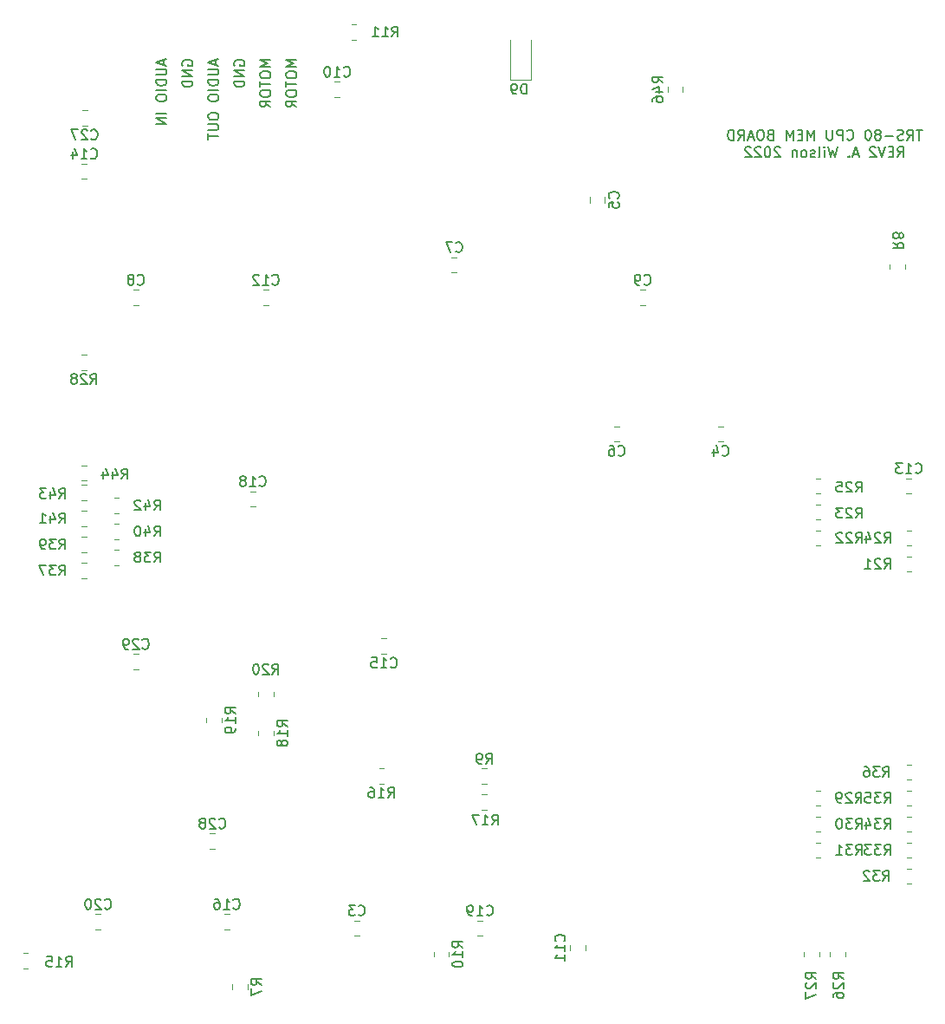
<source format=gbr>
%TF.GenerationSoftware,KiCad,Pcbnew,(5.1.9)-1*%
%TF.CreationDate,2022-03-13T14:27:44-04:00*%
%TF.ProjectId,cpu2,63707532-2e6b-4696-9361-645f70636258,rev?*%
%TF.SameCoordinates,Original*%
%TF.FileFunction,Legend,Bot*%
%TF.FilePolarity,Positive*%
%FSLAX46Y46*%
G04 Gerber Fmt 4.6, Leading zero omitted, Abs format (unit mm)*
G04 Created by KiCad (PCBNEW (5.1.9)-1) date 2022-03-13 14:27:44*
%MOMM*%
%LPD*%
G01*
G04 APERTURE LIST*
%ADD10C,0.150000*%
%ADD11C,0.120000*%
G04 APERTURE END LIST*
D10*
X53792380Y-24465595D02*
X52792380Y-24465595D01*
X53506666Y-24798928D01*
X52792380Y-25132261D01*
X53792380Y-25132261D01*
X52792380Y-25798928D02*
X52792380Y-25989404D01*
X52840000Y-26084642D01*
X52935238Y-26179880D01*
X53125714Y-26227500D01*
X53459047Y-26227500D01*
X53649523Y-26179880D01*
X53744761Y-26084642D01*
X53792380Y-25989404D01*
X53792380Y-25798928D01*
X53744761Y-25703690D01*
X53649523Y-25608452D01*
X53459047Y-25560833D01*
X53125714Y-25560833D01*
X52935238Y-25608452D01*
X52840000Y-25703690D01*
X52792380Y-25798928D01*
X52792380Y-26513214D02*
X52792380Y-27084642D01*
X53792380Y-26798928D02*
X52792380Y-26798928D01*
X52792380Y-27608452D02*
X52792380Y-27798928D01*
X52840000Y-27894166D01*
X52935238Y-27989404D01*
X53125714Y-28037023D01*
X53459047Y-28037023D01*
X53649523Y-27989404D01*
X53744761Y-27894166D01*
X53792380Y-27798928D01*
X53792380Y-27608452D01*
X53744761Y-27513214D01*
X53649523Y-27417976D01*
X53459047Y-27370357D01*
X53125714Y-27370357D01*
X52935238Y-27417976D01*
X52840000Y-27513214D01*
X52792380Y-27608452D01*
X53792380Y-29037023D02*
X53316190Y-28703690D01*
X53792380Y-28465595D02*
X52792380Y-28465595D01*
X52792380Y-28846547D01*
X52840000Y-28941785D01*
X52887619Y-28989404D01*
X52982857Y-29037023D01*
X53125714Y-29037023D01*
X53220952Y-28989404D01*
X53268571Y-28941785D01*
X53316190Y-28846547D01*
X53316190Y-28465595D01*
X51252380Y-24465595D02*
X50252380Y-24465595D01*
X50966666Y-24798928D01*
X50252380Y-25132261D01*
X51252380Y-25132261D01*
X50252380Y-25798928D02*
X50252380Y-25989404D01*
X50300000Y-26084642D01*
X50395238Y-26179880D01*
X50585714Y-26227500D01*
X50919047Y-26227500D01*
X51109523Y-26179880D01*
X51204761Y-26084642D01*
X51252380Y-25989404D01*
X51252380Y-25798928D01*
X51204761Y-25703690D01*
X51109523Y-25608452D01*
X50919047Y-25560833D01*
X50585714Y-25560833D01*
X50395238Y-25608452D01*
X50300000Y-25703690D01*
X50252380Y-25798928D01*
X50252380Y-26513214D02*
X50252380Y-27084642D01*
X51252380Y-26798928D02*
X50252380Y-26798928D01*
X50252380Y-27608452D02*
X50252380Y-27798928D01*
X50300000Y-27894166D01*
X50395238Y-27989404D01*
X50585714Y-28037023D01*
X50919047Y-28037023D01*
X51109523Y-27989404D01*
X51204761Y-27894166D01*
X51252380Y-27798928D01*
X51252380Y-27608452D01*
X51204761Y-27513214D01*
X51109523Y-27417976D01*
X50919047Y-27370357D01*
X50585714Y-27370357D01*
X50395238Y-27417976D01*
X50300000Y-27513214D01*
X50252380Y-27608452D01*
X51252380Y-29037023D02*
X50776190Y-28703690D01*
X51252380Y-28465595D02*
X50252380Y-28465595D01*
X50252380Y-28846547D01*
X50300000Y-28941785D01*
X50347619Y-28989404D01*
X50442857Y-29037023D01*
X50585714Y-29037023D01*
X50680952Y-28989404D01*
X50728571Y-28941785D01*
X50776190Y-28846547D01*
X50776190Y-28465595D01*
X47760000Y-24989404D02*
X47712380Y-24894166D01*
X47712380Y-24751309D01*
X47760000Y-24608452D01*
X47855238Y-24513214D01*
X47950476Y-24465595D01*
X48140952Y-24417976D01*
X48283809Y-24417976D01*
X48474285Y-24465595D01*
X48569523Y-24513214D01*
X48664761Y-24608452D01*
X48712380Y-24751309D01*
X48712380Y-24846547D01*
X48664761Y-24989404D01*
X48617142Y-25037023D01*
X48283809Y-25037023D01*
X48283809Y-24846547D01*
X48712380Y-25465595D02*
X47712380Y-25465595D01*
X48712380Y-26037023D01*
X47712380Y-26037023D01*
X48712380Y-26513214D02*
X47712380Y-26513214D01*
X47712380Y-26751309D01*
X47760000Y-26894166D01*
X47855238Y-26989404D01*
X47950476Y-27037023D01*
X48140952Y-27084642D01*
X48283809Y-27084642D01*
X48474285Y-27037023D01*
X48569523Y-26989404D01*
X48664761Y-26894166D01*
X48712380Y-26751309D01*
X48712380Y-26513214D01*
X42680000Y-24989404D02*
X42632380Y-24894166D01*
X42632380Y-24751309D01*
X42680000Y-24608452D01*
X42775238Y-24513214D01*
X42870476Y-24465595D01*
X43060952Y-24417976D01*
X43203809Y-24417976D01*
X43394285Y-24465595D01*
X43489523Y-24513214D01*
X43584761Y-24608452D01*
X43632380Y-24751309D01*
X43632380Y-24846547D01*
X43584761Y-24989404D01*
X43537142Y-25037023D01*
X43203809Y-25037023D01*
X43203809Y-24846547D01*
X43632380Y-25465595D02*
X42632380Y-25465595D01*
X43632380Y-26037023D01*
X42632380Y-26037023D01*
X43632380Y-26513214D02*
X42632380Y-26513214D01*
X42632380Y-26751309D01*
X42680000Y-26894166D01*
X42775238Y-26989404D01*
X42870476Y-27037023D01*
X43060952Y-27084642D01*
X43203809Y-27084642D01*
X43394285Y-27037023D01*
X43489523Y-26989404D01*
X43584761Y-26894166D01*
X43632380Y-26751309D01*
X43632380Y-26513214D01*
X40806666Y-24417976D02*
X40806666Y-24894166D01*
X41092380Y-24322738D02*
X40092380Y-24656071D01*
X41092380Y-24989404D01*
X40092380Y-25322738D02*
X40901904Y-25322738D01*
X40997142Y-25370357D01*
X41044761Y-25417976D01*
X41092380Y-25513214D01*
X41092380Y-25703690D01*
X41044761Y-25798928D01*
X40997142Y-25846547D01*
X40901904Y-25894166D01*
X40092380Y-25894166D01*
X41092380Y-26370357D02*
X40092380Y-26370357D01*
X40092380Y-26608452D01*
X40140000Y-26751309D01*
X40235238Y-26846547D01*
X40330476Y-26894166D01*
X40520952Y-26941785D01*
X40663809Y-26941785D01*
X40854285Y-26894166D01*
X40949523Y-26846547D01*
X41044761Y-26751309D01*
X41092380Y-26608452D01*
X41092380Y-26370357D01*
X41092380Y-27370357D02*
X40092380Y-27370357D01*
X40092380Y-28037023D02*
X40092380Y-28227500D01*
X40140000Y-28322738D01*
X40235238Y-28417976D01*
X40425714Y-28465595D01*
X40759047Y-28465595D01*
X40949523Y-28417976D01*
X41044761Y-28322738D01*
X41092380Y-28227500D01*
X41092380Y-28037023D01*
X41044761Y-27941785D01*
X40949523Y-27846547D01*
X40759047Y-27798928D01*
X40425714Y-27798928D01*
X40235238Y-27846547D01*
X40140000Y-27941785D01*
X40092380Y-28037023D01*
X41092380Y-29656071D02*
X40092380Y-29656071D01*
X41092380Y-30132261D02*
X40092380Y-30132261D01*
X41092380Y-30703690D01*
X40092380Y-30703690D01*
X45886666Y-24417976D02*
X45886666Y-24894166D01*
X46172380Y-24322738D02*
X45172380Y-24656071D01*
X46172380Y-24989404D01*
X45172380Y-25322738D02*
X45981904Y-25322738D01*
X46077142Y-25370357D01*
X46124761Y-25417976D01*
X46172380Y-25513214D01*
X46172380Y-25703690D01*
X46124761Y-25798928D01*
X46077142Y-25846547D01*
X45981904Y-25894166D01*
X45172380Y-25894166D01*
X46172380Y-26370357D02*
X45172380Y-26370357D01*
X45172380Y-26608452D01*
X45220000Y-26751309D01*
X45315238Y-26846547D01*
X45410476Y-26894166D01*
X45600952Y-26941785D01*
X45743809Y-26941785D01*
X45934285Y-26894166D01*
X46029523Y-26846547D01*
X46124761Y-26751309D01*
X46172380Y-26608452D01*
X46172380Y-26370357D01*
X46172380Y-27370357D02*
X45172380Y-27370357D01*
X45172380Y-28037023D02*
X45172380Y-28227500D01*
X45220000Y-28322738D01*
X45315238Y-28417976D01*
X45505714Y-28465595D01*
X45839047Y-28465595D01*
X46029523Y-28417976D01*
X46124761Y-28322738D01*
X46172380Y-28227500D01*
X46172380Y-28037023D01*
X46124761Y-27941785D01*
X46029523Y-27846547D01*
X45839047Y-27798928D01*
X45505714Y-27798928D01*
X45315238Y-27846547D01*
X45220000Y-27941785D01*
X45172380Y-28037023D01*
X45172380Y-29846547D02*
X45172380Y-30037023D01*
X45220000Y-30132261D01*
X45315238Y-30227500D01*
X45505714Y-30275119D01*
X45839047Y-30275119D01*
X46029523Y-30227500D01*
X46124761Y-30132261D01*
X46172380Y-30037023D01*
X46172380Y-29846547D01*
X46124761Y-29751309D01*
X46029523Y-29656071D01*
X45839047Y-29608452D01*
X45505714Y-29608452D01*
X45315238Y-29656071D01*
X45220000Y-29751309D01*
X45172380Y-29846547D01*
X45172380Y-30703690D02*
X45981904Y-30703690D01*
X46077142Y-30751309D01*
X46124761Y-30798928D01*
X46172380Y-30894166D01*
X46172380Y-31084642D01*
X46124761Y-31179880D01*
X46077142Y-31227500D01*
X45981904Y-31275119D01*
X45172380Y-31275119D01*
X45172380Y-31608452D02*
X45172380Y-32179880D01*
X46172380Y-31894166D02*
X45172380Y-31894166D01*
X114957619Y-31266380D02*
X114386190Y-31266380D01*
X114671904Y-32266380D02*
X114671904Y-31266380D01*
X113481428Y-32266380D02*
X113814761Y-31790190D01*
X114052857Y-32266380D02*
X114052857Y-31266380D01*
X113671904Y-31266380D01*
X113576666Y-31314000D01*
X113529047Y-31361619D01*
X113481428Y-31456857D01*
X113481428Y-31599714D01*
X113529047Y-31694952D01*
X113576666Y-31742571D01*
X113671904Y-31790190D01*
X114052857Y-31790190D01*
X113100476Y-32218761D02*
X112957619Y-32266380D01*
X112719523Y-32266380D01*
X112624285Y-32218761D01*
X112576666Y-32171142D01*
X112529047Y-32075904D01*
X112529047Y-31980666D01*
X112576666Y-31885428D01*
X112624285Y-31837809D01*
X112719523Y-31790190D01*
X112910000Y-31742571D01*
X113005238Y-31694952D01*
X113052857Y-31647333D01*
X113100476Y-31552095D01*
X113100476Y-31456857D01*
X113052857Y-31361619D01*
X113005238Y-31314000D01*
X112910000Y-31266380D01*
X112671904Y-31266380D01*
X112529047Y-31314000D01*
X112100476Y-31885428D02*
X111338571Y-31885428D01*
X110719523Y-31694952D02*
X110814761Y-31647333D01*
X110862380Y-31599714D01*
X110910000Y-31504476D01*
X110910000Y-31456857D01*
X110862380Y-31361619D01*
X110814761Y-31314000D01*
X110719523Y-31266380D01*
X110529047Y-31266380D01*
X110433809Y-31314000D01*
X110386190Y-31361619D01*
X110338571Y-31456857D01*
X110338571Y-31504476D01*
X110386190Y-31599714D01*
X110433809Y-31647333D01*
X110529047Y-31694952D01*
X110719523Y-31694952D01*
X110814761Y-31742571D01*
X110862380Y-31790190D01*
X110910000Y-31885428D01*
X110910000Y-32075904D01*
X110862380Y-32171142D01*
X110814761Y-32218761D01*
X110719523Y-32266380D01*
X110529047Y-32266380D01*
X110433809Y-32218761D01*
X110386190Y-32171142D01*
X110338571Y-32075904D01*
X110338571Y-31885428D01*
X110386190Y-31790190D01*
X110433809Y-31742571D01*
X110529047Y-31694952D01*
X109719523Y-31266380D02*
X109624285Y-31266380D01*
X109529047Y-31314000D01*
X109481428Y-31361619D01*
X109433809Y-31456857D01*
X109386190Y-31647333D01*
X109386190Y-31885428D01*
X109433809Y-32075904D01*
X109481428Y-32171142D01*
X109529047Y-32218761D01*
X109624285Y-32266380D01*
X109719523Y-32266380D01*
X109814761Y-32218761D01*
X109862380Y-32171142D01*
X109910000Y-32075904D01*
X109957619Y-31885428D01*
X109957619Y-31647333D01*
X109910000Y-31456857D01*
X109862380Y-31361619D01*
X109814761Y-31314000D01*
X109719523Y-31266380D01*
X107624285Y-32171142D02*
X107671904Y-32218761D01*
X107814761Y-32266380D01*
X107910000Y-32266380D01*
X108052857Y-32218761D01*
X108148095Y-32123523D01*
X108195714Y-32028285D01*
X108243333Y-31837809D01*
X108243333Y-31694952D01*
X108195714Y-31504476D01*
X108148095Y-31409238D01*
X108052857Y-31314000D01*
X107910000Y-31266380D01*
X107814761Y-31266380D01*
X107671904Y-31314000D01*
X107624285Y-31361619D01*
X107195714Y-32266380D02*
X107195714Y-31266380D01*
X106814761Y-31266380D01*
X106719523Y-31314000D01*
X106671904Y-31361619D01*
X106624285Y-31456857D01*
X106624285Y-31599714D01*
X106671904Y-31694952D01*
X106719523Y-31742571D01*
X106814761Y-31790190D01*
X107195714Y-31790190D01*
X106195714Y-31266380D02*
X106195714Y-32075904D01*
X106148095Y-32171142D01*
X106100476Y-32218761D01*
X106005238Y-32266380D01*
X105814761Y-32266380D01*
X105719523Y-32218761D01*
X105671904Y-32171142D01*
X105624285Y-32075904D01*
X105624285Y-31266380D01*
X104386190Y-32266380D02*
X104386190Y-31266380D01*
X104052857Y-31980666D01*
X103719523Y-31266380D01*
X103719523Y-32266380D01*
X103243333Y-31742571D02*
X102910000Y-31742571D01*
X102767142Y-32266380D02*
X103243333Y-32266380D01*
X103243333Y-31266380D01*
X102767142Y-31266380D01*
X102338571Y-32266380D02*
X102338571Y-31266380D01*
X102005238Y-31980666D01*
X101671904Y-31266380D01*
X101671904Y-32266380D01*
X100100476Y-31742571D02*
X99957619Y-31790190D01*
X99910000Y-31837809D01*
X99862380Y-31933047D01*
X99862380Y-32075904D01*
X99910000Y-32171142D01*
X99957619Y-32218761D01*
X100052857Y-32266380D01*
X100433809Y-32266380D01*
X100433809Y-31266380D01*
X100100476Y-31266380D01*
X100005238Y-31314000D01*
X99957619Y-31361619D01*
X99910000Y-31456857D01*
X99910000Y-31552095D01*
X99957619Y-31647333D01*
X100005238Y-31694952D01*
X100100476Y-31742571D01*
X100433809Y-31742571D01*
X99243333Y-31266380D02*
X99052857Y-31266380D01*
X98957619Y-31314000D01*
X98862380Y-31409238D01*
X98814761Y-31599714D01*
X98814761Y-31933047D01*
X98862380Y-32123523D01*
X98957619Y-32218761D01*
X99052857Y-32266380D01*
X99243333Y-32266380D01*
X99338571Y-32218761D01*
X99433809Y-32123523D01*
X99481428Y-31933047D01*
X99481428Y-31599714D01*
X99433809Y-31409238D01*
X99338571Y-31314000D01*
X99243333Y-31266380D01*
X98433809Y-31980666D02*
X97957619Y-31980666D01*
X98529047Y-32266380D02*
X98195714Y-31266380D01*
X97862380Y-32266380D01*
X96957619Y-32266380D02*
X97290952Y-31790190D01*
X97529047Y-32266380D02*
X97529047Y-31266380D01*
X97148095Y-31266380D01*
X97052857Y-31314000D01*
X97005238Y-31361619D01*
X96957619Y-31456857D01*
X96957619Y-31599714D01*
X97005238Y-31694952D01*
X97052857Y-31742571D01*
X97148095Y-31790190D01*
X97529047Y-31790190D01*
X96529047Y-32266380D02*
X96529047Y-31266380D01*
X96290952Y-31266380D01*
X96148095Y-31314000D01*
X96052857Y-31409238D01*
X96005238Y-31504476D01*
X95957619Y-31694952D01*
X95957619Y-31837809D01*
X96005238Y-32028285D01*
X96052857Y-32123523D01*
X96148095Y-32218761D01*
X96290952Y-32266380D01*
X96529047Y-32266380D01*
X112552857Y-33916380D02*
X112886190Y-33440190D01*
X113124285Y-33916380D02*
X113124285Y-32916380D01*
X112743333Y-32916380D01*
X112648095Y-32964000D01*
X112600476Y-33011619D01*
X112552857Y-33106857D01*
X112552857Y-33249714D01*
X112600476Y-33344952D01*
X112648095Y-33392571D01*
X112743333Y-33440190D01*
X113124285Y-33440190D01*
X112124285Y-33392571D02*
X111790952Y-33392571D01*
X111648095Y-33916380D02*
X112124285Y-33916380D01*
X112124285Y-32916380D01*
X111648095Y-32916380D01*
X111362380Y-32916380D02*
X111029047Y-33916380D01*
X110695714Y-32916380D01*
X110410000Y-33011619D02*
X110362380Y-32964000D01*
X110267142Y-32916380D01*
X110029047Y-32916380D01*
X109933809Y-32964000D01*
X109886190Y-33011619D01*
X109838571Y-33106857D01*
X109838571Y-33202095D01*
X109886190Y-33344952D01*
X110457619Y-33916380D01*
X109838571Y-33916380D01*
X108695714Y-33630666D02*
X108219523Y-33630666D01*
X108790952Y-33916380D02*
X108457619Y-32916380D01*
X108124285Y-33916380D01*
X107790952Y-33821142D02*
X107743333Y-33868761D01*
X107790952Y-33916380D01*
X107838571Y-33868761D01*
X107790952Y-33821142D01*
X107790952Y-33916380D01*
X106648095Y-32916380D02*
X106410000Y-33916380D01*
X106219523Y-33202095D01*
X106029047Y-33916380D01*
X105790952Y-32916380D01*
X105410000Y-33916380D02*
X105410000Y-33249714D01*
X105410000Y-32916380D02*
X105457619Y-32964000D01*
X105410000Y-33011619D01*
X105362380Y-32964000D01*
X105410000Y-32916380D01*
X105410000Y-33011619D01*
X104790952Y-33916380D02*
X104886190Y-33868761D01*
X104933809Y-33773523D01*
X104933809Y-32916380D01*
X104457619Y-33868761D02*
X104362380Y-33916380D01*
X104171904Y-33916380D01*
X104076666Y-33868761D01*
X104029047Y-33773523D01*
X104029047Y-33725904D01*
X104076666Y-33630666D01*
X104171904Y-33583047D01*
X104314761Y-33583047D01*
X104410000Y-33535428D01*
X104457619Y-33440190D01*
X104457619Y-33392571D01*
X104410000Y-33297333D01*
X104314761Y-33249714D01*
X104171904Y-33249714D01*
X104076666Y-33297333D01*
X103457619Y-33916380D02*
X103552857Y-33868761D01*
X103600476Y-33821142D01*
X103648095Y-33725904D01*
X103648095Y-33440190D01*
X103600476Y-33344952D01*
X103552857Y-33297333D01*
X103457619Y-33249714D01*
X103314761Y-33249714D01*
X103219523Y-33297333D01*
X103171904Y-33344952D01*
X103124285Y-33440190D01*
X103124285Y-33725904D01*
X103171904Y-33821142D01*
X103219523Y-33868761D01*
X103314761Y-33916380D01*
X103457619Y-33916380D01*
X102695714Y-33249714D02*
X102695714Y-33916380D01*
X102695714Y-33344952D02*
X102648095Y-33297333D01*
X102552857Y-33249714D01*
X102410000Y-33249714D01*
X102314761Y-33297333D01*
X102267142Y-33392571D01*
X102267142Y-33916380D01*
X101076666Y-33011619D02*
X101029047Y-32964000D01*
X100933809Y-32916380D01*
X100695714Y-32916380D01*
X100600476Y-32964000D01*
X100552857Y-33011619D01*
X100505238Y-33106857D01*
X100505238Y-33202095D01*
X100552857Y-33344952D01*
X101124285Y-33916380D01*
X100505238Y-33916380D01*
X99886190Y-32916380D02*
X99790952Y-32916380D01*
X99695714Y-32964000D01*
X99648095Y-33011619D01*
X99600476Y-33106857D01*
X99552857Y-33297333D01*
X99552857Y-33535428D01*
X99600476Y-33725904D01*
X99648095Y-33821142D01*
X99695714Y-33868761D01*
X99790952Y-33916380D01*
X99886190Y-33916380D01*
X99981428Y-33868761D01*
X100029047Y-33821142D01*
X100076666Y-33725904D01*
X100124285Y-33535428D01*
X100124285Y-33297333D01*
X100076666Y-33106857D01*
X100029047Y-33011619D01*
X99981428Y-32964000D01*
X99886190Y-32916380D01*
X99171904Y-33011619D02*
X99124285Y-32964000D01*
X99029047Y-32916380D01*
X98790952Y-32916380D01*
X98695714Y-32964000D01*
X98648095Y-33011619D01*
X98600476Y-33106857D01*
X98600476Y-33202095D01*
X98648095Y-33344952D01*
X99219523Y-33916380D01*
X98600476Y-33916380D01*
X98219523Y-33011619D02*
X98171904Y-32964000D01*
X98076666Y-32916380D01*
X97838571Y-32916380D01*
X97743333Y-32964000D01*
X97695714Y-33011619D01*
X97648095Y-33106857D01*
X97648095Y-33202095D01*
X97695714Y-33344952D01*
X98267142Y-33916380D01*
X97648095Y-33916380D01*
D11*
%TO.C,C29*%
X38361252Y-83920000D02*
X37838748Y-83920000D01*
X38361252Y-82450000D02*
X37838748Y-82450000D01*
%TO.C,C28*%
X45854252Y-101446000D02*
X45331748Y-101446000D01*
X45854252Y-99976000D02*
X45331748Y-99976000D01*
%TO.C,C27*%
X32819748Y-29364000D02*
X33342252Y-29364000D01*
X32819748Y-30834000D02*
X33342252Y-30834000D01*
%TO.C,C20*%
X34678252Y-109320000D02*
X34155748Y-109320000D01*
X34678252Y-107850000D02*
X34155748Y-107850000D01*
%TO.C,C19*%
X72016252Y-109955000D02*
X71493748Y-109955000D01*
X72016252Y-108485000D02*
X71493748Y-108485000D01*
%TO.C,C18*%
X49791252Y-68045000D02*
X49268748Y-68045000D01*
X49791252Y-66575000D02*
X49268748Y-66575000D01*
%TO.C,C16*%
X47251252Y-109320000D02*
X46728748Y-109320000D01*
X47251252Y-107850000D02*
X46728748Y-107850000D01*
%TO.C,C15*%
X62095748Y-80926000D02*
X62618252Y-80926000D01*
X62095748Y-82396000D02*
X62618252Y-82396000D01*
%TO.C,C13*%
X113926252Y-66775000D02*
X113403748Y-66775000D01*
X113926252Y-65305000D02*
X113403748Y-65305000D01*
%TO.C,C12*%
X51061252Y-48360000D02*
X50538748Y-48360000D01*
X51061252Y-46890000D02*
X50538748Y-46890000D01*
%TO.C,C11*%
X82015000Y-110863748D02*
X82015000Y-111386252D01*
X80545000Y-110863748D02*
X80545000Y-111386252D01*
%TO.C,C10*%
X58046252Y-28040000D02*
X57523748Y-28040000D01*
X58046252Y-26570000D02*
X57523748Y-26570000D01*
%TO.C,C9*%
X87891252Y-48360000D02*
X87368748Y-48360000D01*
X87891252Y-46890000D02*
X87368748Y-46890000D01*
%TO.C,C8*%
X38361252Y-48360000D02*
X37838748Y-48360000D01*
X38361252Y-46890000D02*
X37838748Y-46890000D01*
%TO.C,C7*%
X69476252Y-45185000D02*
X68953748Y-45185000D01*
X69476252Y-43715000D02*
X68953748Y-43715000D01*
%TO.C,C6*%
X84828748Y-60225000D02*
X85351252Y-60225000D01*
X84828748Y-61695000D02*
X85351252Y-61695000D01*
%TO.C,C5*%
X82450000Y-38361252D02*
X82450000Y-37838748D01*
X83920000Y-38361252D02*
X83920000Y-37838748D01*
%TO.C,C4*%
X94988748Y-60225000D02*
X95511252Y-60225000D01*
X94988748Y-61695000D02*
X95511252Y-61695000D01*
%TO.C,C3*%
X59951252Y-109955000D02*
X59428748Y-109955000D01*
X59951252Y-108485000D02*
X59428748Y-108485000D01*
%TO.C,R46*%
X91540000Y-27077936D02*
X91540000Y-27532064D01*
X90070000Y-27077936D02*
X90070000Y-27532064D01*
%TO.C,D9*%
X76692000Y-26380000D02*
X76692000Y-22480000D01*
X74692000Y-26380000D02*
X74692000Y-22480000D01*
X76692000Y-26380000D02*
X74692000Y-26380000D01*
%TO.C,R44*%
X32792936Y-64035000D02*
X33247064Y-64035000D01*
X32792936Y-65505000D02*
X33247064Y-65505000D01*
%TO.C,R43*%
X32792936Y-65940000D02*
X33247064Y-65940000D01*
X32792936Y-67410000D02*
X33247064Y-67410000D01*
%TO.C,R42*%
X36422064Y-68680000D02*
X35967936Y-68680000D01*
X36422064Y-67210000D02*
X35967936Y-67210000D01*
%TO.C,R41*%
X32792936Y-68480000D02*
X33247064Y-68480000D01*
X32792936Y-69950000D02*
X33247064Y-69950000D01*
%TO.C,R40*%
X36422064Y-71220000D02*
X35967936Y-71220000D01*
X36422064Y-69750000D02*
X35967936Y-69750000D01*
%TO.C,R39*%
X32792936Y-71020000D02*
X33247064Y-71020000D01*
X32792936Y-72490000D02*
X33247064Y-72490000D01*
%TO.C,R38*%
X36422064Y-73760000D02*
X35967936Y-73760000D01*
X36422064Y-72290000D02*
X35967936Y-72290000D01*
%TO.C,R37*%
X32792936Y-73560000D02*
X33247064Y-73560000D01*
X32792936Y-75030000D02*
X33247064Y-75030000D01*
%TO.C,R36*%
X113892064Y-94715000D02*
X113437936Y-94715000D01*
X113892064Y-93245000D02*
X113437936Y-93245000D01*
%TO.C,R35*%
X113892064Y-97255000D02*
X113437936Y-97255000D01*
X113892064Y-95785000D02*
X113437936Y-95785000D01*
%TO.C,R34*%
X113892064Y-99795000D02*
X113437936Y-99795000D01*
X113892064Y-98325000D02*
X113437936Y-98325000D01*
%TO.C,R33*%
X113892064Y-102335000D02*
X113437936Y-102335000D01*
X113892064Y-100865000D02*
X113437936Y-100865000D01*
%TO.C,R32*%
X113892064Y-104875000D02*
X113437936Y-104875000D01*
X113892064Y-103405000D02*
X113437936Y-103405000D01*
%TO.C,R31*%
X104547936Y-100865000D02*
X105002064Y-100865000D01*
X104547936Y-102335000D02*
X105002064Y-102335000D01*
%TO.C,R30*%
X104547936Y-98325000D02*
X105002064Y-98325000D01*
X104547936Y-99795000D02*
X105002064Y-99795000D01*
%TO.C,R29*%
X104547936Y-95785000D02*
X105002064Y-95785000D01*
X104547936Y-97255000D02*
X105002064Y-97255000D01*
%TO.C,R10*%
X67210000Y-111987064D02*
X67210000Y-111532936D01*
X68680000Y-111987064D02*
X68680000Y-111532936D01*
%TO.C,R7*%
X47525000Y-115162064D02*
X47525000Y-114707936D01*
X48995000Y-115162064D02*
X48995000Y-114707936D01*
%TO.C,R28*%
X32792936Y-53240000D02*
X33247064Y-53240000D01*
X32792936Y-54710000D02*
X33247064Y-54710000D01*
%TO.C,R27*%
X104875000Y-111532936D02*
X104875000Y-111987064D01*
X103405000Y-111532936D02*
X103405000Y-111987064D01*
%TO.C,R26*%
X107415000Y-111532936D02*
X107415000Y-111987064D01*
X105945000Y-111532936D02*
X105945000Y-111987064D01*
%TO.C,R25*%
X104547936Y-65305000D02*
X105002064Y-65305000D01*
X104547936Y-66775000D02*
X105002064Y-66775000D01*
%TO.C,R24*%
X113892064Y-71855000D02*
X113437936Y-71855000D01*
X113892064Y-70385000D02*
X113437936Y-70385000D01*
%TO.C,R23*%
X104547936Y-67845000D02*
X105002064Y-67845000D01*
X104547936Y-69315000D02*
X105002064Y-69315000D01*
%TO.C,R22*%
X104547936Y-70385000D02*
X105002064Y-70385000D01*
X104547936Y-71855000D02*
X105002064Y-71855000D01*
%TO.C,R21*%
X113892064Y-74395000D02*
X113437936Y-74395000D01*
X113892064Y-72925000D02*
X113437936Y-72925000D01*
%TO.C,C14*%
X32792648Y-34552200D02*
X33315152Y-34552200D01*
X32792648Y-36022200D02*
X33315152Y-36022200D01*
%TO.C,R11*%
X59185936Y-20982000D02*
X59640064Y-20982000D01*
X59185936Y-22452000D02*
X59640064Y-22452000D01*
%TO.C,R15*%
X27532064Y-113130000D02*
X27077936Y-113130000D01*
X27532064Y-111660000D02*
X27077936Y-111660000D01*
%TO.C,R20*%
X50065000Y-86587064D02*
X50065000Y-86132936D01*
X51535000Y-86587064D02*
X51535000Y-86132936D01*
%TO.C,R19*%
X44985000Y-89127064D02*
X44985000Y-88672936D01*
X46455000Y-89127064D02*
X46455000Y-88672936D01*
%TO.C,R18*%
X50065000Y-90397064D02*
X50065000Y-89942936D01*
X51535000Y-90397064D02*
X51535000Y-89942936D01*
%TO.C,R8*%
X111810300Y-44853464D02*
X111810300Y-44399336D01*
X113280300Y-44853464D02*
X113280300Y-44399336D01*
%TO.C,R9*%
X72386564Y-95096000D02*
X71932436Y-95096000D01*
X72386564Y-93626000D02*
X71932436Y-93626000D01*
%TO.C,R17*%
X72386564Y-97636000D02*
X71932436Y-97636000D01*
X72386564Y-96166000D02*
X71932436Y-96166000D01*
%TO.C,R16*%
X61875936Y-93626000D02*
X62330064Y-93626000D01*
X61875936Y-95096000D02*
X62330064Y-95096000D01*
%TO.C,C29*%
D10*
X38742857Y-81862142D02*
X38790476Y-81909761D01*
X38933333Y-81957380D01*
X39028571Y-81957380D01*
X39171428Y-81909761D01*
X39266666Y-81814523D01*
X39314285Y-81719285D01*
X39361904Y-81528809D01*
X39361904Y-81385952D01*
X39314285Y-81195476D01*
X39266666Y-81100238D01*
X39171428Y-81005000D01*
X39028571Y-80957380D01*
X38933333Y-80957380D01*
X38790476Y-81005000D01*
X38742857Y-81052619D01*
X38361904Y-81052619D02*
X38314285Y-81005000D01*
X38219047Y-80957380D01*
X37980952Y-80957380D01*
X37885714Y-81005000D01*
X37838095Y-81052619D01*
X37790476Y-81147857D01*
X37790476Y-81243095D01*
X37838095Y-81385952D01*
X38409523Y-81957380D01*
X37790476Y-81957380D01*
X37314285Y-81957380D02*
X37123809Y-81957380D01*
X37028571Y-81909761D01*
X36980952Y-81862142D01*
X36885714Y-81719285D01*
X36838095Y-81528809D01*
X36838095Y-81147857D01*
X36885714Y-81052619D01*
X36933333Y-81005000D01*
X37028571Y-80957380D01*
X37219047Y-80957380D01*
X37314285Y-81005000D01*
X37361904Y-81052619D01*
X37409523Y-81147857D01*
X37409523Y-81385952D01*
X37361904Y-81481190D01*
X37314285Y-81528809D01*
X37219047Y-81576428D01*
X37028571Y-81576428D01*
X36933333Y-81528809D01*
X36885714Y-81481190D01*
X36838095Y-81385952D01*
%TO.C,C28*%
X46235857Y-99388142D02*
X46283476Y-99435761D01*
X46426333Y-99483380D01*
X46521571Y-99483380D01*
X46664428Y-99435761D01*
X46759666Y-99340523D01*
X46807285Y-99245285D01*
X46854904Y-99054809D01*
X46854904Y-98911952D01*
X46807285Y-98721476D01*
X46759666Y-98626238D01*
X46664428Y-98531000D01*
X46521571Y-98483380D01*
X46426333Y-98483380D01*
X46283476Y-98531000D01*
X46235857Y-98578619D01*
X45854904Y-98578619D02*
X45807285Y-98531000D01*
X45712047Y-98483380D01*
X45473952Y-98483380D01*
X45378714Y-98531000D01*
X45331095Y-98578619D01*
X45283476Y-98673857D01*
X45283476Y-98769095D01*
X45331095Y-98911952D01*
X45902523Y-99483380D01*
X45283476Y-99483380D01*
X44712047Y-98911952D02*
X44807285Y-98864333D01*
X44854904Y-98816714D01*
X44902523Y-98721476D01*
X44902523Y-98673857D01*
X44854904Y-98578619D01*
X44807285Y-98531000D01*
X44712047Y-98483380D01*
X44521571Y-98483380D01*
X44426333Y-98531000D01*
X44378714Y-98578619D01*
X44331095Y-98673857D01*
X44331095Y-98721476D01*
X44378714Y-98816714D01*
X44426333Y-98864333D01*
X44521571Y-98911952D01*
X44712047Y-98911952D01*
X44807285Y-98959571D01*
X44854904Y-99007190D01*
X44902523Y-99102428D01*
X44902523Y-99292904D01*
X44854904Y-99388142D01*
X44807285Y-99435761D01*
X44712047Y-99483380D01*
X44521571Y-99483380D01*
X44426333Y-99435761D01*
X44378714Y-99388142D01*
X44331095Y-99292904D01*
X44331095Y-99102428D01*
X44378714Y-99007190D01*
X44426333Y-98959571D01*
X44521571Y-98911952D01*
%TO.C,C27*%
X33723857Y-32136142D02*
X33771476Y-32183761D01*
X33914333Y-32231380D01*
X34009571Y-32231380D01*
X34152428Y-32183761D01*
X34247666Y-32088523D01*
X34295285Y-31993285D01*
X34342904Y-31802809D01*
X34342904Y-31659952D01*
X34295285Y-31469476D01*
X34247666Y-31374238D01*
X34152428Y-31279000D01*
X34009571Y-31231380D01*
X33914333Y-31231380D01*
X33771476Y-31279000D01*
X33723857Y-31326619D01*
X33342904Y-31326619D02*
X33295285Y-31279000D01*
X33200047Y-31231380D01*
X32961952Y-31231380D01*
X32866714Y-31279000D01*
X32819095Y-31326619D01*
X32771476Y-31421857D01*
X32771476Y-31517095D01*
X32819095Y-31659952D01*
X33390523Y-32231380D01*
X32771476Y-32231380D01*
X32438142Y-31231380D02*
X31771476Y-31231380D01*
X32200047Y-32231380D01*
%TO.C,C20*%
X35059857Y-107262142D02*
X35107476Y-107309761D01*
X35250333Y-107357380D01*
X35345571Y-107357380D01*
X35488428Y-107309761D01*
X35583666Y-107214523D01*
X35631285Y-107119285D01*
X35678904Y-106928809D01*
X35678904Y-106785952D01*
X35631285Y-106595476D01*
X35583666Y-106500238D01*
X35488428Y-106405000D01*
X35345571Y-106357380D01*
X35250333Y-106357380D01*
X35107476Y-106405000D01*
X35059857Y-106452619D01*
X34678904Y-106452619D02*
X34631285Y-106405000D01*
X34536047Y-106357380D01*
X34297952Y-106357380D01*
X34202714Y-106405000D01*
X34155095Y-106452619D01*
X34107476Y-106547857D01*
X34107476Y-106643095D01*
X34155095Y-106785952D01*
X34726523Y-107357380D01*
X34107476Y-107357380D01*
X33488428Y-106357380D02*
X33393190Y-106357380D01*
X33297952Y-106405000D01*
X33250333Y-106452619D01*
X33202714Y-106547857D01*
X33155095Y-106738333D01*
X33155095Y-106976428D01*
X33202714Y-107166904D01*
X33250333Y-107262142D01*
X33297952Y-107309761D01*
X33393190Y-107357380D01*
X33488428Y-107357380D01*
X33583666Y-107309761D01*
X33631285Y-107262142D01*
X33678904Y-107166904D01*
X33726523Y-106976428D01*
X33726523Y-106738333D01*
X33678904Y-106547857D01*
X33631285Y-106452619D01*
X33583666Y-106405000D01*
X33488428Y-106357380D01*
%TO.C,C19*%
X72397857Y-107897142D02*
X72445476Y-107944761D01*
X72588333Y-107992380D01*
X72683571Y-107992380D01*
X72826428Y-107944761D01*
X72921666Y-107849523D01*
X72969285Y-107754285D01*
X73016904Y-107563809D01*
X73016904Y-107420952D01*
X72969285Y-107230476D01*
X72921666Y-107135238D01*
X72826428Y-107040000D01*
X72683571Y-106992380D01*
X72588333Y-106992380D01*
X72445476Y-107040000D01*
X72397857Y-107087619D01*
X71445476Y-107992380D02*
X72016904Y-107992380D01*
X71731190Y-107992380D02*
X71731190Y-106992380D01*
X71826428Y-107135238D01*
X71921666Y-107230476D01*
X72016904Y-107278095D01*
X70969285Y-107992380D02*
X70778809Y-107992380D01*
X70683571Y-107944761D01*
X70635952Y-107897142D01*
X70540714Y-107754285D01*
X70493095Y-107563809D01*
X70493095Y-107182857D01*
X70540714Y-107087619D01*
X70588333Y-107040000D01*
X70683571Y-106992380D01*
X70874047Y-106992380D01*
X70969285Y-107040000D01*
X71016904Y-107087619D01*
X71064523Y-107182857D01*
X71064523Y-107420952D01*
X71016904Y-107516190D01*
X70969285Y-107563809D01*
X70874047Y-107611428D01*
X70683571Y-107611428D01*
X70588333Y-107563809D01*
X70540714Y-107516190D01*
X70493095Y-107420952D01*
%TO.C,C18*%
X50172857Y-65987142D02*
X50220476Y-66034761D01*
X50363333Y-66082380D01*
X50458571Y-66082380D01*
X50601428Y-66034761D01*
X50696666Y-65939523D01*
X50744285Y-65844285D01*
X50791904Y-65653809D01*
X50791904Y-65510952D01*
X50744285Y-65320476D01*
X50696666Y-65225238D01*
X50601428Y-65130000D01*
X50458571Y-65082380D01*
X50363333Y-65082380D01*
X50220476Y-65130000D01*
X50172857Y-65177619D01*
X49220476Y-66082380D02*
X49791904Y-66082380D01*
X49506190Y-66082380D02*
X49506190Y-65082380D01*
X49601428Y-65225238D01*
X49696666Y-65320476D01*
X49791904Y-65368095D01*
X48649047Y-65510952D02*
X48744285Y-65463333D01*
X48791904Y-65415714D01*
X48839523Y-65320476D01*
X48839523Y-65272857D01*
X48791904Y-65177619D01*
X48744285Y-65130000D01*
X48649047Y-65082380D01*
X48458571Y-65082380D01*
X48363333Y-65130000D01*
X48315714Y-65177619D01*
X48268095Y-65272857D01*
X48268095Y-65320476D01*
X48315714Y-65415714D01*
X48363333Y-65463333D01*
X48458571Y-65510952D01*
X48649047Y-65510952D01*
X48744285Y-65558571D01*
X48791904Y-65606190D01*
X48839523Y-65701428D01*
X48839523Y-65891904D01*
X48791904Y-65987142D01*
X48744285Y-66034761D01*
X48649047Y-66082380D01*
X48458571Y-66082380D01*
X48363333Y-66034761D01*
X48315714Y-65987142D01*
X48268095Y-65891904D01*
X48268095Y-65701428D01*
X48315714Y-65606190D01*
X48363333Y-65558571D01*
X48458571Y-65510952D01*
%TO.C,C16*%
X47632857Y-107262142D02*
X47680476Y-107309761D01*
X47823333Y-107357380D01*
X47918571Y-107357380D01*
X48061428Y-107309761D01*
X48156666Y-107214523D01*
X48204285Y-107119285D01*
X48251904Y-106928809D01*
X48251904Y-106785952D01*
X48204285Y-106595476D01*
X48156666Y-106500238D01*
X48061428Y-106405000D01*
X47918571Y-106357380D01*
X47823333Y-106357380D01*
X47680476Y-106405000D01*
X47632857Y-106452619D01*
X46680476Y-107357380D02*
X47251904Y-107357380D01*
X46966190Y-107357380D02*
X46966190Y-106357380D01*
X47061428Y-106500238D01*
X47156666Y-106595476D01*
X47251904Y-106643095D01*
X45823333Y-106357380D02*
X46013809Y-106357380D01*
X46109047Y-106405000D01*
X46156666Y-106452619D01*
X46251904Y-106595476D01*
X46299523Y-106785952D01*
X46299523Y-107166904D01*
X46251904Y-107262142D01*
X46204285Y-107309761D01*
X46109047Y-107357380D01*
X45918571Y-107357380D01*
X45823333Y-107309761D01*
X45775714Y-107262142D01*
X45728095Y-107166904D01*
X45728095Y-106928809D01*
X45775714Y-106833571D01*
X45823333Y-106785952D01*
X45918571Y-106738333D01*
X46109047Y-106738333D01*
X46204285Y-106785952D01*
X46251904Y-106833571D01*
X46299523Y-106928809D01*
%TO.C,C15*%
X62999857Y-83698142D02*
X63047476Y-83745761D01*
X63190333Y-83793380D01*
X63285571Y-83793380D01*
X63428428Y-83745761D01*
X63523666Y-83650523D01*
X63571285Y-83555285D01*
X63618904Y-83364809D01*
X63618904Y-83221952D01*
X63571285Y-83031476D01*
X63523666Y-82936238D01*
X63428428Y-82841000D01*
X63285571Y-82793380D01*
X63190333Y-82793380D01*
X63047476Y-82841000D01*
X62999857Y-82888619D01*
X62047476Y-83793380D02*
X62618904Y-83793380D01*
X62333190Y-83793380D02*
X62333190Y-82793380D01*
X62428428Y-82936238D01*
X62523666Y-83031476D01*
X62618904Y-83079095D01*
X61142714Y-82793380D02*
X61618904Y-82793380D01*
X61666523Y-83269571D01*
X61618904Y-83221952D01*
X61523666Y-83174333D01*
X61285571Y-83174333D01*
X61190333Y-83221952D01*
X61142714Y-83269571D01*
X61095095Y-83364809D01*
X61095095Y-83602904D01*
X61142714Y-83698142D01*
X61190333Y-83745761D01*
X61285571Y-83793380D01*
X61523666Y-83793380D01*
X61618904Y-83745761D01*
X61666523Y-83698142D01*
%TO.C,C13*%
X114307857Y-64717142D02*
X114355476Y-64764761D01*
X114498333Y-64812380D01*
X114593571Y-64812380D01*
X114736428Y-64764761D01*
X114831666Y-64669523D01*
X114879285Y-64574285D01*
X114926904Y-64383809D01*
X114926904Y-64240952D01*
X114879285Y-64050476D01*
X114831666Y-63955238D01*
X114736428Y-63860000D01*
X114593571Y-63812380D01*
X114498333Y-63812380D01*
X114355476Y-63860000D01*
X114307857Y-63907619D01*
X113355476Y-64812380D02*
X113926904Y-64812380D01*
X113641190Y-64812380D02*
X113641190Y-63812380D01*
X113736428Y-63955238D01*
X113831666Y-64050476D01*
X113926904Y-64098095D01*
X113022142Y-63812380D02*
X112403095Y-63812380D01*
X112736428Y-64193333D01*
X112593571Y-64193333D01*
X112498333Y-64240952D01*
X112450714Y-64288571D01*
X112403095Y-64383809D01*
X112403095Y-64621904D01*
X112450714Y-64717142D01*
X112498333Y-64764761D01*
X112593571Y-64812380D01*
X112879285Y-64812380D01*
X112974523Y-64764761D01*
X113022142Y-64717142D01*
%TO.C,C12*%
X51442857Y-46302142D02*
X51490476Y-46349761D01*
X51633333Y-46397380D01*
X51728571Y-46397380D01*
X51871428Y-46349761D01*
X51966666Y-46254523D01*
X52014285Y-46159285D01*
X52061904Y-45968809D01*
X52061904Y-45825952D01*
X52014285Y-45635476D01*
X51966666Y-45540238D01*
X51871428Y-45445000D01*
X51728571Y-45397380D01*
X51633333Y-45397380D01*
X51490476Y-45445000D01*
X51442857Y-45492619D01*
X50490476Y-46397380D02*
X51061904Y-46397380D01*
X50776190Y-46397380D02*
X50776190Y-45397380D01*
X50871428Y-45540238D01*
X50966666Y-45635476D01*
X51061904Y-45683095D01*
X50109523Y-45492619D02*
X50061904Y-45445000D01*
X49966666Y-45397380D01*
X49728571Y-45397380D01*
X49633333Y-45445000D01*
X49585714Y-45492619D01*
X49538095Y-45587857D01*
X49538095Y-45683095D01*
X49585714Y-45825952D01*
X50157142Y-46397380D01*
X49538095Y-46397380D01*
%TO.C,C11*%
X79957142Y-110482142D02*
X80004761Y-110434523D01*
X80052380Y-110291666D01*
X80052380Y-110196428D01*
X80004761Y-110053571D01*
X79909523Y-109958333D01*
X79814285Y-109910714D01*
X79623809Y-109863095D01*
X79480952Y-109863095D01*
X79290476Y-109910714D01*
X79195238Y-109958333D01*
X79100000Y-110053571D01*
X79052380Y-110196428D01*
X79052380Y-110291666D01*
X79100000Y-110434523D01*
X79147619Y-110482142D01*
X80052380Y-111434523D02*
X80052380Y-110863095D01*
X80052380Y-111148809D02*
X79052380Y-111148809D01*
X79195238Y-111053571D01*
X79290476Y-110958333D01*
X79338095Y-110863095D01*
X80052380Y-112386904D02*
X80052380Y-111815476D01*
X80052380Y-112101190D02*
X79052380Y-112101190D01*
X79195238Y-112005952D01*
X79290476Y-111910714D01*
X79338095Y-111815476D01*
%TO.C,C10*%
X58427857Y-25982142D02*
X58475476Y-26029761D01*
X58618333Y-26077380D01*
X58713571Y-26077380D01*
X58856428Y-26029761D01*
X58951666Y-25934523D01*
X58999285Y-25839285D01*
X59046904Y-25648809D01*
X59046904Y-25505952D01*
X58999285Y-25315476D01*
X58951666Y-25220238D01*
X58856428Y-25125000D01*
X58713571Y-25077380D01*
X58618333Y-25077380D01*
X58475476Y-25125000D01*
X58427857Y-25172619D01*
X57475476Y-26077380D02*
X58046904Y-26077380D01*
X57761190Y-26077380D02*
X57761190Y-25077380D01*
X57856428Y-25220238D01*
X57951666Y-25315476D01*
X58046904Y-25363095D01*
X56856428Y-25077380D02*
X56761190Y-25077380D01*
X56665952Y-25125000D01*
X56618333Y-25172619D01*
X56570714Y-25267857D01*
X56523095Y-25458333D01*
X56523095Y-25696428D01*
X56570714Y-25886904D01*
X56618333Y-25982142D01*
X56665952Y-26029761D01*
X56761190Y-26077380D01*
X56856428Y-26077380D01*
X56951666Y-26029761D01*
X56999285Y-25982142D01*
X57046904Y-25886904D01*
X57094523Y-25696428D01*
X57094523Y-25458333D01*
X57046904Y-25267857D01*
X56999285Y-25172619D01*
X56951666Y-25125000D01*
X56856428Y-25077380D01*
%TO.C,C9*%
X87796666Y-46302142D02*
X87844285Y-46349761D01*
X87987142Y-46397380D01*
X88082380Y-46397380D01*
X88225238Y-46349761D01*
X88320476Y-46254523D01*
X88368095Y-46159285D01*
X88415714Y-45968809D01*
X88415714Y-45825952D01*
X88368095Y-45635476D01*
X88320476Y-45540238D01*
X88225238Y-45445000D01*
X88082380Y-45397380D01*
X87987142Y-45397380D01*
X87844285Y-45445000D01*
X87796666Y-45492619D01*
X87320476Y-46397380D02*
X87130000Y-46397380D01*
X87034761Y-46349761D01*
X86987142Y-46302142D01*
X86891904Y-46159285D01*
X86844285Y-45968809D01*
X86844285Y-45587857D01*
X86891904Y-45492619D01*
X86939523Y-45445000D01*
X87034761Y-45397380D01*
X87225238Y-45397380D01*
X87320476Y-45445000D01*
X87368095Y-45492619D01*
X87415714Y-45587857D01*
X87415714Y-45825952D01*
X87368095Y-45921190D01*
X87320476Y-45968809D01*
X87225238Y-46016428D01*
X87034761Y-46016428D01*
X86939523Y-45968809D01*
X86891904Y-45921190D01*
X86844285Y-45825952D01*
%TO.C,C8*%
X38266666Y-46302142D02*
X38314285Y-46349761D01*
X38457142Y-46397380D01*
X38552380Y-46397380D01*
X38695238Y-46349761D01*
X38790476Y-46254523D01*
X38838095Y-46159285D01*
X38885714Y-45968809D01*
X38885714Y-45825952D01*
X38838095Y-45635476D01*
X38790476Y-45540238D01*
X38695238Y-45445000D01*
X38552380Y-45397380D01*
X38457142Y-45397380D01*
X38314285Y-45445000D01*
X38266666Y-45492619D01*
X37695238Y-45825952D02*
X37790476Y-45778333D01*
X37838095Y-45730714D01*
X37885714Y-45635476D01*
X37885714Y-45587857D01*
X37838095Y-45492619D01*
X37790476Y-45445000D01*
X37695238Y-45397380D01*
X37504761Y-45397380D01*
X37409523Y-45445000D01*
X37361904Y-45492619D01*
X37314285Y-45587857D01*
X37314285Y-45635476D01*
X37361904Y-45730714D01*
X37409523Y-45778333D01*
X37504761Y-45825952D01*
X37695238Y-45825952D01*
X37790476Y-45873571D01*
X37838095Y-45921190D01*
X37885714Y-46016428D01*
X37885714Y-46206904D01*
X37838095Y-46302142D01*
X37790476Y-46349761D01*
X37695238Y-46397380D01*
X37504761Y-46397380D01*
X37409523Y-46349761D01*
X37361904Y-46302142D01*
X37314285Y-46206904D01*
X37314285Y-46016428D01*
X37361904Y-45921190D01*
X37409523Y-45873571D01*
X37504761Y-45825952D01*
%TO.C,C7*%
X69381666Y-43127142D02*
X69429285Y-43174761D01*
X69572142Y-43222380D01*
X69667380Y-43222380D01*
X69810238Y-43174761D01*
X69905476Y-43079523D01*
X69953095Y-42984285D01*
X70000714Y-42793809D01*
X70000714Y-42650952D01*
X69953095Y-42460476D01*
X69905476Y-42365238D01*
X69810238Y-42270000D01*
X69667380Y-42222380D01*
X69572142Y-42222380D01*
X69429285Y-42270000D01*
X69381666Y-42317619D01*
X69048333Y-42222380D02*
X68381666Y-42222380D01*
X68810238Y-43222380D01*
%TO.C,C6*%
X85256666Y-62997142D02*
X85304285Y-63044761D01*
X85447142Y-63092380D01*
X85542380Y-63092380D01*
X85685238Y-63044761D01*
X85780476Y-62949523D01*
X85828095Y-62854285D01*
X85875714Y-62663809D01*
X85875714Y-62520952D01*
X85828095Y-62330476D01*
X85780476Y-62235238D01*
X85685238Y-62140000D01*
X85542380Y-62092380D01*
X85447142Y-62092380D01*
X85304285Y-62140000D01*
X85256666Y-62187619D01*
X84399523Y-62092380D02*
X84590000Y-62092380D01*
X84685238Y-62140000D01*
X84732857Y-62187619D01*
X84828095Y-62330476D01*
X84875714Y-62520952D01*
X84875714Y-62901904D01*
X84828095Y-62997142D01*
X84780476Y-63044761D01*
X84685238Y-63092380D01*
X84494761Y-63092380D01*
X84399523Y-63044761D01*
X84351904Y-62997142D01*
X84304285Y-62901904D01*
X84304285Y-62663809D01*
X84351904Y-62568571D01*
X84399523Y-62520952D01*
X84494761Y-62473333D01*
X84685238Y-62473333D01*
X84780476Y-62520952D01*
X84828095Y-62568571D01*
X84875714Y-62663809D01*
%TO.C,C5*%
X85222142Y-37933333D02*
X85269761Y-37885714D01*
X85317380Y-37742857D01*
X85317380Y-37647619D01*
X85269761Y-37504761D01*
X85174523Y-37409523D01*
X85079285Y-37361904D01*
X84888809Y-37314285D01*
X84745952Y-37314285D01*
X84555476Y-37361904D01*
X84460238Y-37409523D01*
X84365000Y-37504761D01*
X84317380Y-37647619D01*
X84317380Y-37742857D01*
X84365000Y-37885714D01*
X84412619Y-37933333D01*
X84317380Y-38838095D02*
X84317380Y-38361904D01*
X84793571Y-38314285D01*
X84745952Y-38361904D01*
X84698333Y-38457142D01*
X84698333Y-38695238D01*
X84745952Y-38790476D01*
X84793571Y-38838095D01*
X84888809Y-38885714D01*
X85126904Y-38885714D01*
X85222142Y-38838095D01*
X85269761Y-38790476D01*
X85317380Y-38695238D01*
X85317380Y-38457142D01*
X85269761Y-38361904D01*
X85222142Y-38314285D01*
%TO.C,C4*%
X95416666Y-62997142D02*
X95464285Y-63044761D01*
X95607142Y-63092380D01*
X95702380Y-63092380D01*
X95845238Y-63044761D01*
X95940476Y-62949523D01*
X95988095Y-62854285D01*
X96035714Y-62663809D01*
X96035714Y-62520952D01*
X95988095Y-62330476D01*
X95940476Y-62235238D01*
X95845238Y-62140000D01*
X95702380Y-62092380D01*
X95607142Y-62092380D01*
X95464285Y-62140000D01*
X95416666Y-62187619D01*
X94559523Y-62425714D02*
X94559523Y-63092380D01*
X94797619Y-62044761D02*
X95035714Y-62759047D01*
X94416666Y-62759047D01*
%TO.C,C3*%
X59856666Y-107897142D02*
X59904285Y-107944761D01*
X60047142Y-107992380D01*
X60142380Y-107992380D01*
X60285238Y-107944761D01*
X60380476Y-107849523D01*
X60428095Y-107754285D01*
X60475714Y-107563809D01*
X60475714Y-107420952D01*
X60428095Y-107230476D01*
X60380476Y-107135238D01*
X60285238Y-107040000D01*
X60142380Y-106992380D01*
X60047142Y-106992380D01*
X59904285Y-107040000D01*
X59856666Y-107087619D01*
X59523333Y-106992380D02*
X58904285Y-106992380D01*
X59237619Y-107373333D01*
X59094761Y-107373333D01*
X58999523Y-107420952D01*
X58951904Y-107468571D01*
X58904285Y-107563809D01*
X58904285Y-107801904D01*
X58951904Y-107897142D01*
X58999523Y-107944761D01*
X59094761Y-107992380D01*
X59380476Y-107992380D01*
X59475714Y-107944761D01*
X59523333Y-107897142D01*
%TO.C,R46*%
X89607380Y-26662142D02*
X89131190Y-26328809D01*
X89607380Y-26090714D02*
X88607380Y-26090714D01*
X88607380Y-26471666D01*
X88655000Y-26566904D01*
X88702619Y-26614523D01*
X88797857Y-26662142D01*
X88940714Y-26662142D01*
X89035952Y-26614523D01*
X89083571Y-26566904D01*
X89131190Y-26471666D01*
X89131190Y-26090714D01*
X88940714Y-27519285D02*
X89607380Y-27519285D01*
X88559761Y-27281190D02*
X89274047Y-27043095D01*
X89274047Y-27662142D01*
X88607380Y-28471666D02*
X88607380Y-28281190D01*
X88655000Y-28185952D01*
X88702619Y-28138333D01*
X88845476Y-28043095D01*
X89035952Y-27995476D01*
X89416904Y-27995476D01*
X89512142Y-28043095D01*
X89559761Y-28090714D01*
X89607380Y-28185952D01*
X89607380Y-28376428D01*
X89559761Y-28471666D01*
X89512142Y-28519285D01*
X89416904Y-28566904D01*
X89178809Y-28566904D01*
X89083571Y-28519285D01*
X89035952Y-28471666D01*
X88988333Y-28376428D01*
X88988333Y-28185952D01*
X89035952Y-28090714D01*
X89083571Y-28043095D01*
X89178809Y-27995476D01*
%TO.C,D9*%
X76303095Y-27757380D02*
X76303095Y-26757380D01*
X76065000Y-26757380D01*
X75922142Y-26805000D01*
X75826904Y-26900238D01*
X75779285Y-26995476D01*
X75731666Y-27185952D01*
X75731666Y-27328809D01*
X75779285Y-27519285D01*
X75826904Y-27614523D01*
X75922142Y-27709761D01*
X76065000Y-27757380D01*
X76303095Y-27757380D01*
X75255476Y-27757380D02*
X75065000Y-27757380D01*
X74969761Y-27709761D01*
X74922142Y-27662142D01*
X74826904Y-27519285D01*
X74779285Y-27328809D01*
X74779285Y-26947857D01*
X74826904Y-26852619D01*
X74874523Y-26805000D01*
X74969761Y-26757380D01*
X75160238Y-26757380D01*
X75255476Y-26805000D01*
X75303095Y-26852619D01*
X75350714Y-26947857D01*
X75350714Y-27185952D01*
X75303095Y-27281190D01*
X75255476Y-27328809D01*
X75160238Y-27376428D01*
X74969761Y-27376428D01*
X74874523Y-27328809D01*
X74826904Y-27281190D01*
X74779285Y-27185952D01*
%TO.C,R44*%
X36710857Y-65349380D02*
X37044190Y-64873190D01*
X37282285Y-65349380D02*
X37282285Y-64349380D01*
X36901333Y-64349380D01*
X36806095Y-64397000D01*
X36758476Y-64444619D01*
X36710857Y-64539857D01*
X36710857Y-64682714D01*
X36758476Y-64777952D01*
X36806095Y-64825571D01*
X36901333Y-64873190D01*
X37282285Y-64873190D01*
X35853714Y-64682714D02*
X35853714Y-65349380D01*
X36091809Y-64301761D02*
X36329904Y-65016047D01*
X35710857Y-65016047D01*
X34901333Y-64682714D02*
X34901333Y-65349380D01*
X35139428Y-64301761D02*
X35377523Y-65016047D01*
X34758476Y-65016047D01*
%TO.C,R43*%
X30614857Y-67254380D02*
X30948190Y-66778190D01*
X31186285Y-67254380D02*
X31186285Y-66254380D01*
X30805333Y-66254380D01*
X30710095Y-66302000D01*
X30662476Y-66349619D01*
X30614857Y-66444857D01*
X30614857Y-66587714D01*
X30662476Y-66682952D01*
X30710095Y-66730571D01*
X30805333Y-66778190D01*
X31186285Y-66778190D01*
X29757714Y-66587714D02*
X29757714Y-67254380D01*
X29995809Y-66206761D02*
X30233904Y-66921047D01*
X29614857Y-66921047D01*
X29329142Y-66254380D02*
X28710095Y-66254380D01*
X29043428Y-66635333D01*
X28900571Y-66635333D01*
X28805333Y-66682952D01*
X28757714Y-66730571D01*
X28710095Y-66825809D01*
X28710095Y-67063904D01*
X28757714Y-67159142D01*
X28805333Y-67206761D01*
X28900571Y-67254380D01*
X29186285Y-67254380D01*
X29281523Y-67206761D01*
X29329142Y-67159142D01*
%TO.C,R42*%
X39885857Y-68397380D02*
X40219190Y-67921190D01*
X40457285Y-68397380D02*
X40457285Y-67397380D01*
X40076333Y-67397380D01*
X39981095Y-67445000D01*
X39933476Y-67492619D01*
X39885857Y-67587857D01*
X39885857Y-67730714D01*
X39933476Y-67825952D01*
X39981095Y-67873571D01*
X40076333Y-67921190D01*
X40457285Y-67921190D01*
X39028714Y-67730714D02*
X39028714Y-68397380D01*
X39266809Y-67349761D02*
X39504904Y-68064047D01*
X38885857Y-68064047D01*
X38552523Y-67492619D02*
X38504904Y-67445000D01*
X38409666Y-67397380D01*
X38171571Y-67397380D01*
X38076333Y-67445000D01*
X38028714Y-67492619D01*
X37981095Y-67587857D01*
X37981095Y-67683095D01*
X38028714Y-67825952D01*
X38600142Y-68397380D01*
X37981095Y-68397380D01*
%TO.C,R41*%
X30614857Y-69667380D02*
X30948190Y-69191190D01*
X31186285Y-69667380D02*
X31186285Y-68667380D01*
X30805333Y-68667380D01*
X30710095Y-68715000D01*
X30662476Y-68762619D01*
X30614857Y-68857857D01*
X30614857Y-69000714D01*
X30662476Y-69095952D01*
X30710095Y-69143571D01*
X30805333Y-69191190D01*
X31186285Y-69191190D01*
X29757714Y-69000714D02*
X29757714Y-69667380D01*
X29995809Y-68619761D02*
X30233904Y-69334047D01*
X29614857Y-69334047D01*
X28710095Y-69667380D02*
X29281523Y-69667380D01*
X28995809Y-69667380D02*
X28995809Y-68667380D01*
X29091047Y-68810238D01*
X29186285Y-68905476D01*
X29281523Y-68953095D01*
%TO.C,R40*%
X39885857Y-70937380D02*
X40219190Y-70461190D01*
X40457285Y-70937380D02*
X40457285Y-69937380D01*
X40076333Y-69937380D01*
X39981095Y-69985000D01*
X39933476Y-70032619D01*
X39885857Y-70127857D01*
X39885857Y-70270714D01*
X39933476Y-70365952D01*
X39981095Y-70413571D01*
X40076333Y-70461190D01*
X40457285Y-70461190D01*
X39028714Y-70270714D02*
X39028714Y-70937380D01*
X39266809Y-69889761D02*
X39504904Y-70604047D01*
X38885857Y-70604047D01*
X38314428Y-69937380D02*
X38219190Y-69937380D01*
X38123952Y-69985000D01*
X38076333Y-70032619D01*
X38028714Y-70127857D01*
X37981095Y-70318333D01*
X37981095Y-70556428D01*
X38028714Y-70746904D01*
X38076333Y-70842142D01*
X38123952Y-70889761D01*
X38219190Y-70937380D01*
X38314428Y-70937380D01*
X38409666Y-70889761D01*
X38457285Y-70842142D01*
X38504904Y-70746904D01*
X38552523Y-70556428D01*
X38552523Y-70318333D01*
X38504904Y-70127857D01*
X38457285Y-70032619D01*
X38409666Y-69985000D01*
X38314428Y-69937380D01*
%TO.C,R39*%
X30614857Y-72207380D02*
X30948190Y-71731190D01*
X31186285Y-72207380D02*
X31186285Y-71207380D01*
X30805333Y-71207380D01*
X30710095Y-71255000D01*
X30662476Y-71302619D01*
X30614857Y-71397857D01*
X30614857Y-71540714D01*
X30662476Y-71635952D01*
X30710095Y-71683571D01*
X30805333Y-71731190D01*
X31186285Y-71731190D01*
X30281523Y-71207380D02*
X29662476Y-71207380D01*
X29995809Y-71588333D01*
X29852952Y-71588333D01*
X29757714Y-71635952D01*
X29710095Y-71683571D01*
X29662476Y-71778809D01*
X29662476Y-72016904D01*
X29710095Y-72112142D01*
X29757714Y-72159761D01*
X29852952Y-72207380D01*
X30138666Y-72207380D01*
X30233904Y-72159761D01*
X30281523Y-72112142D01*
X29186285Y-72207380D02*
X28995809Y-72207380D01*
X28900571Y-72159761D01*
X28852952Y-72112142D01*
X28757714Y-71969285D01*
X28710095Y-71778809D01*
X28710095Y-71397857D01*
X28757714Y-71302619D01*
X28805333Y-71255000D01*
X28900571Y-71207380D01*
X29091047Y-71207380D01*
X29186285Y-71255000D01*
X29233904Y-71302619D01*
X29281523Y-71397857D01*
X29281523Y-71635952D01*
X29233904Y-71731190D01*
X29186285Y-71778809D01*
X29091047Y-71826428D01*
X28900571Y-71826428D01*
X28805333Y-71778809D01*
X28757714Y-71731190D01*
X28710095Y-71635952D01*
%TO.C,R38*%
X39885857Y-73477380D02*
X40219190Y-73001190D01*
X40457285Y-73477380D02*
X40457285Y-72477380D01*
X40076333Y-72477380D01*
X39981095Y-72525000D01*
X39933476Y-72572619D01*
X39885857Y-72667857D01*
X39885857Y-72810714D01*
X39933476Y-72905952D01*
X39981095Y-72953571D01*
X40076333Y-73001190D01*
X40457285Y-73001190D01*
X39552523Y-72477380D02*
X38933476Y-72477380D01*
X39266809Y-72858333D01*
X39123952Y-72858333D01*
X39028714Y-72905952D01*
X38981095Y-72953571D01*
X38933476Y-73048809D01*
X38933476Y-73286904D01*
X38981095Y-73382142D01*
X39028714Y-73429761D01*
X39123952Y-73477380D01*
X39409666Y-73477380D01*
X39504904Y-73429761D01*
X39552523Y-73382142D01*
X38362047Y-72905952D02*
X38457285Y-72858333D01*
X38504904Y-72810714D01*
X38552523Y-72715476D01*
X38552523Y-72667857D01*
X38504904Y-72572619D01*
X38457285Y-72525000D01*
X38362047Y-72477380D01*
X38171571Y-72477380D01*
X38076333Y-72525000D01*
X38028714Y-72572619D01*
X37981095Y-72667857D01*
X37981095Y-72715476D01*
X38028714Y-72810714D01*
X38076333Y-72858333D01*
X38171571Y-72905952D01*
X38362047Y-72905952D01*
X38457285Y-72953571D01*
X38504904Y-73001190D01*
X38552523Y-73096428D01*
X38552523Y-73286904D01*
X38504904Y-73382142D01*
X38457285Y-73429761D01*
X38362047Y-73477380D01*
X38171571Y-73477380D01*
X38076333Y-73429761D01*
X38028714Y-73382142D01*
X37981095Y-73286904D01*
X37981095Y-73096428D01*
X38028714Y-73001190D01*
X38076333Y-72953571D01*
X38171571Y-72905952D01*
%TO.C,R37*%
X30614857Y-74747380D02*
X30948190Y-74271190D01*
X31186285Y-74747380D02*
X31186285Y-73747380D01*
X30805333Y-73747380D01*
X30710095Y-73795000D01*
X30662476Y-73842619D01*
X30614857Y-73937857D01*
X30614857Y-74080714D01*
X30662476Y-74175952D01*
X30710095Y-74223571D01*
X30805333Y-74271190D01*
X31186285Y-74271190D01*
X30281523Y-73747380D02*
X29662476Y-73747380D01*
X29995809Y-74128333D01*
X29852952Y-74128333D01*
X29757714Y-74175952D01*
X29710095Y-74223571D01*
X29662476Y-74318809D01*
X29662476Y-74556904D01*
X29710095Y-74652142D01*
X29757714Y-74699761D01*
X29852952Y-74747380D01*
X30138666Y-74747380D01*
X30233904Y-74699761D01*
X30281523Y-74652142D01*
X29329142Y-73747380D02*
X28662476Y-73747380D01*
X29091047Y-74747380D01*
%TO.C,R36*%
X111132857Y-94432380D02*
X111466190Y-93956190D01*
X111704285Y-94432380D02*
X111704285Y-93432380D01*
X111323333Y-93432380D01*
X111228095Y-93480000D01*
X111180476Y-93527619D01*
X111132857Y-93622857D01*
X111132857Y-93765714D01*
X111180476Y-93860952D01*
X111228095Y-93908571D01*
X111323333Y-93956190D01*
X111704285Y-93956190D01*
X110799523Y-93432380D02*
X110180476Y-93432380D01*
X110513809Y-93813333D01*
X110370952Y-93813333D01*
X110275714Y-93860952D01*
X110228095Y-93908571D01*
X110180476Y-94003809D01*
X110180476Y-94241904D01*
X110228095Y-94337142D01*
X110275714Y-94384761D01*
X110370952Y-94432380D01*
X110656666Y-94432380D01*
X110751904Y-94384761D01*
X110799523Y-94337142D01*
X109323333Y-93432380D02*
X109513809Y-93432380D01*
X109609047Y-93480000D01*
X109656666Y-93527619D01*
X109751904Y-93670476D01*
X109799523Y-93860952D01*
X109799523Y-94241904D01*
X109751904Y-94337142D01*
X109704285Y-94384761D01*
X109609047Y-94432380D01*
X109418571Y-94432380D01*
X109323333Y-94384761D01*
X109275714Y-94337142D01*
X109228095Y-94241904D01*
X109228095Y-94003809D01*
X109275714Y-93908571D01*
X109323333Y-93860952D01*
X109418571Y-93813333D01*
X109609047Y-93813333D01*
X109704285Y-93860952D01*
X109751904Y-93908571D01*
X109799523Y-94003809D01*
%TO.C,R35*%
X111259857Y-96972380D02*
X111593190Y-96496190D01*
X111831285Y-96972380D02*
X111831285Y-95972380D01*
X111450333Y-95972380D01*
X111355095Y-96020000D01*
X111307476Y-96067619D01*
X111259857Y-96162857D01*
X111259857Y-96305714D01*
X111307476Y-96400952D01*
X111355095Y-96448571D01*
X111450333Y-96496190D01*
X111831285Y-96496190D01*
X110926523Y-95972380D02*
X110307476Y-95972380D01*
X110640809Y-96353333D01*
X110497952Y-96353333D01*
X110402714Y-96400952D01*
X110355095Y-96448571D01*
X110307476Y-96543809D01*
X110307476Y-96781904D01*
X110355095Y-96877142D01*
X110402714Y-96924761D01*
X110497952Y-96972380D01*
X110783666Y-96972380D01*
X110878904Y-96924761D01*
X110926523Y-96877142D01*
X109402714Y-95972380D02*
X109878904Y-95972380D01*
X109926523Y-96448571D01*
X109878904Y-96400952D01*
X109783666Y-96353333D01*
X109545571Y-96353333D01*
X109450333Y-96400952D01*
X109402714Y-96448571D01*
X109355095Y-96543809D01*
X109355095Y-96781904D01*
X109402714Y-96877142D01*
X109450333Y-96924761D01*
X109545571Y-96972380D01*
X109783666Y-96972380D01*
X109878904Y-96924761D01*
X109926523Y-96877142D01*
%TO.C,R34*%
X111259857Y-99512380D02*
X111593190Y-99036190D01*
X111831285Y-99512380D02*
X111831285Y-98512380D01*
X111450333Y-98512380D01*
X111355095Y-98560000D01*
X111307476Y-98607619D01*
X111259857Y-98702857D01*
X111259857Y-98845714D01*
X111307476Y-98940952D01*
X111355095Y-98988571D01*
X111450333Y-99036190D01*
X111831285Y-99036190D01*
X110926523Y-98512380D02*
X110307476Y-98512380D01*
X110640809Y-98893333D01*
X110497952Y-98893333D01*
X110402714Y-98940952D01*
X110355095Y-98988571D01*
X110307476Y-99083809D01*
X110307476Y-99321904D01*
X110355095Y-99417142D01*
X110402714Y-99464761D01*
X110497952Y-99512380D01*
X110783666Y-99512380D01*
X110878904Y-99464761D01*
X110926523Y-99417142D01*
X109450333Y-98845714D02*
X109450333Y-99512380D01*
X109688428Y-98464761D02*
X109926523Y-99179047D01*
X109307476Y-99179047D01*
%TO.C,R33*%
X111259857Y-102052380D02*
X111593190Y-101576190D01*
X111831285Y-102052380D02*
X111831285Y-101052380D01*
X111450333Y-101052380D01*
X111355095Y-101100000D01*
X111307476Y-101147619D01*
X111259857Y-101242857D01*
X111259857Y-101385714D01*
X111307476Y-101480952D01*
X111355095Y-101528571D01*
X111450333Y-101576190D01*
X111831285Y-101576190D01*
X110926523Y-101052380D02*
X110307476Y-101052380D01*
X110640809Y-101433333D01*
X110497952Y-101433333D01*
X110402714Y-101480952D01*
X110355095Y-101528571D01*
X110307476Y-101623809D01*
X110307476Y-101861904D01*
X110355095Y-101957142D01*
X110402714Y-102004761D01*
X110497952Y-102052380D01*
X110783666Y-102052380D01*
X110878904Y-102004761D01*
X110926523Y-101957142D01*
X109974142Y-101052380D02*
X109355095Y-101052380D01*
X109688428Y-101433333D01*
X109545571Y-101433333D01*
X109450333Y-101480952D01*
X109402714Y-101528571D01*
X109355095Y-101623809D01*
X109355095Y-101861904D01*
X109402714Y-101957142D01*
X109450333Y-102004761D01*
X109545571Y-102052380D01*
X109831285Y-102052380D01*
X109926523Y-102004761D01*
X109974142Y-101957142D01*
%TO.C,R32*%
X111132857Y-104592380D02*
X111466190Y-104116190D01*
X111704285Y-104592380D02*
X111704285Y-103592380D01*
X111323333Y-103592380D01*
X111228095Y-103640000D01*
X111180476Y-103687619D01*
X111132857Y-103782857D01*
X111132857Y-103925714D01*
X111180476Y-104020952D01*
X111228095Y-104068571D01*
X111323333Y-104116190D01*
X111704285Y-104116190D01*
X110799523Y-103592380D02*
X110180476Y-103592380D01*
X110513809Y-103973333D01*
X110370952Y-103973333D01*
X110275714Y-104020952D01*
X110228095Y-104068571D01*
X110180476Y-104163809D01*
X110180476Y-104401904D01*
X110228095Y-104497142D01*
X110275714Y-104544761D01*
X110370952Y-104592380D01*
X110656666Y-104592380D01*
X110751904Y-104544761D01*
X110799523Y-104497142D01*
X109799523Y-103687619D02*
X109751904Y-103640000D01*
X109656666Y-103592380D01*
X109418571Y-103592380D01*
X109323333Y-103640000D01*
X109275714Y-103687619D01*
X109228095Y-103782857D01*
X109228095Y-103878095D01*
X109275714Y-104020952D01*
X109847142Y-104592380D01*
X109228095Y-104592380D01*
%TO.C,R31*%
X108465857Y-102052380D02*
X108799190Y-101576190D01*
X109037285Y-102052380D02*
X109037285Y-101052380D01*
X108656333Y-101052380D01*
X108561095Y-101100000D01*
X108513476Y-101147619D01*
X108465857Y-101242857D01*
X108465857Y-101385714D01*
X108513476Y-101480952D01*
X108561095Y-101528571D01*
X108656333Y-101576190D01*
X109037285Y-101576190D01*
X108132523Y-101052380D02*
X107513476Y-101052380D01*
X107846809Y-101433333D01*
X107703952Y-101433333D01*
X107608714Y-101480952D01*
X107561095Y-101528571D01*
X107513476Y-101623809D01*
X107513476Y-101861904D01*
X107561095Y-101957142D01*
X107608714Y-102004761D01*
X107703952Y-102052380D01*
X107989666Y-102052380D01*
X108084904Y-102004761D01*
X108132523Y-101957142D01*
X106561095Y-102052380D02*
X107132523Y-102052380D01*
X106846809Y-102052380D02*
X106846809Y-101052380D01*
X106942047Y-101195238D01*
X107037285Y-101290476D01*
X107132523Y-101338095D01*
%TO.C,R30*%
X108465857Y-99512380D02*
X108799190Y-99036190D01*
X109037285Y-99512380D02*
X109037285Y-98512380D01*
X108656333Y-98512380D01*
X108561095Y-98560000D01*
X108513476Y-98607619D01*
X108465857Y-98702857D01*
X108465857Y-98845714D01*
X108513476Y-98940952D01*
X108561095Y-98988571D01*
X108656333Y-99036190D01*
X109037285Y-99036190D01*
X108132523Y-98512380D02*
X107513476Y-98512380D01*
X107846809Y-98893333D01*
X107703952Y-98893333D01*
X107608714Y-98940952D01*
X107561095Y-98988571D01*
X107513476Y-99083809D01*
X107513476Y-99321904D01*
X107561095Y-99417142D01*
X107608714Y-99464761D01*
X107703952Y-99512380D01*
X107989666Y-99512380D01*
X108084904Y-99464761D01*
X108132523Y-99417142D01*
X106894428Y-98512380D02*
X106799190Y-98512380D01*
X106703952Y-98560000D01*
X106656333Y-98607619D01*
X106608714Y-98702857D01*
X106561095Y-98893333D01*
X106561095Y-99131428D01*
X106608714Y-99321904D01*
X106656333Y-99417142D01*
X106703952Y-99464761D01*
X106799190Y-99512380D01*
X106894428Y-99512380D01*
X106989666Y-99464761D01*
X107037285Y-99417142D01*
X107084904Y-99321904D01*
X107132523Y-99131428D01*
X107132523Y-98893333D01*
X107084904Y-98702857D01*
X107037285Y-98607619D01*
X106989666Y-98560000D01*
X106894428Y-98512380D01*
%TO.C,R29*%
X108442357Y-96972380D02*
X108775690Y-96496190D01*
X109013785Y-96972380D02*
X109013785Y-95972380D01*
X108632833Y-95972380D01*
X108537595Y-96020000D01*
X108489976Y-96067619D01*
X108442357Y-96162857D01*
X108442357Y-96305714D01*
X108489976Y-96400952D01*
X108537595Y-96448571D01*
X108632833Y-96496190D01*
X109013785Y-96496190D01*
X108061404Y-96067619D02*
X108013785Y-96020000D01*
X107918547Y-95972380D01*
X107680452Y-95972380D01*
X107585214Y-96020000D01*
X107537595Y-96067619D01*
X107489976Y-96162857D01*
X107489976Y-96258095D01*
X107537595Y-96400952D01*
X108109023Y-96972380D01*
X107489976Y-96972380D01*
X107013785Y-96972380D02*
X106823309Y-96972380D01*
X106728071Y-96924761D01*
X106680452Y-96877142D01*
X106585214Y-96734285D01*
X106537595Y-96543809D01*
X106537595Y-96162857D01*
X106585214Y-96067619D01*
X106632833Y-96020000D01*
X106728071Y-95972380D01*
X106918547Y-95972380D01*
X107013785Y-96020000D01*
X107061404Y-96067619D01*
X107109023Y-96162857D01*
X107109023Y-96400952D01*
X107061404Y-96496190D01*
X107013785Y-96543809D01*
X106918547Y-96591428D01*
X106728071Y-96591428D01*
X106632833Y-96543809D01*
X106585214Y-96496190D01*
X106537595Y-96400952D01*
%TO.C,R10*%
X70047380Y-111117142D02*
X69571190Y-110783809D01*
X70047380Y-110545714D02*
X69047380Y-110545714D01*
X69047380Y-110926666D01*
X69095000Y-111021904D01*
X69142619Y-111069523D01*
X69237857Y-111117142D01*
X69380714Y-111117142D01*
X69475952Y-111069523D01*
X69523571Y-111021904D01*
X69571190Y-110926666D01*
X69571190Y-110545714D01*
X70047380Y-112069523D02*
X70047380Y-111498095D01*
X70047380Y-111783809D02*
X69047380Y-111783809D01*
X69190238Y-111688571D01*
X69285476Y-111593333D01*
X69333095Y-111498095D01*
X69047380Y-112688571D02*
X69047380Y-112783809D01*
X69095000Y-112879047D01*
X69142619Y-112926666D01*
X69237857Y-112974285D01*
X69428333Y-113021904D01*
X69666428Y-113021904D01*
X69856904Y-112974285D01*
X69952142Y-112926666D01*
X69999761Y-112879047D01*
X70047380Y-112783809D01*
X70047380Y-112688571D01*
X69999761Y-112593333D01*
X69952142Y-112545714D01*
X69856904Y-112498095D01*
X69666428Y-112450476D01*
X69428333Y-112450476D01*
X69237857Y-112498095D01*
X69142619Y-112545714D01*
X69095000Y-112593333D01*
X69047380Y-112688571D01*
%TO.C,R7*%
X50362380Y-114768333D02*
X49886190Y-114435000D01*
X50362380Y-114196904D02*
X49362380Y-114196904D01*
X49362380Y-114577857D01*
X49410000Y-114673095D01*
X49457619Y-114720714D01*
X49552857Y-114768333D01*
X49695714Y-114768333D01*
X49790952Y-114720714D01*
X49838571Y-114673095D01*
X49886190Y-114577857D01*
X49886190Y-114196904D01*
X49362380Y-115101666D02*
X49362380Y-115768333D01*
X50362380Y-115339761D01*
%TO.C,R28*%
X33662857Y-56077380D02*
X33996190Y-55601190D01*
X34234285Y-56077380D02*
X34234285Y-55077380D01*
X33853333Y-55077380D01*
X33758095Y-55125000D01*
X33710476Y-55172619D01*
X33662857Y-55267857D01*
X33662857Y-55410714D01*
X33710476Y-55505952D01*
X33758095Y-55553571D01*
X33853333Y-55601190D01*
X34234285Y-55601190D01*
X33281904Y-55172619D02*
X33234285Y-55125000D01*
X33139047Y-55077380D01*
X32900952Y-55077380D01*
X32805714Y-55125000D01*
X32758095Y-55172619D01*
X32710476Y-55267857D01*
X32710476Y-55363095D01*
X32758095Y-55505952D01*
X33329523Y-56077380D01*
X32710476Y-56077380D01*
X32139047Y-55505952D02*
X32234285Y-55458333D01*
X32281904Y-55410714D01*
X32329523Y-55315476D01*
X32329523Y-55267857D01*
X32281904Y-55172619D01*
X32234285Y-55125000D01*
X32139047Y-55077380D01*
X31948571Y-55077380D01*
X31853333Y-55125000D01*
X31805714Y-55172619D01*
X31758095Y-55267857D01*
X31758095Y-55315476D01*
X31805714Y-55410714D01*
X31853333Y-55458333D01*
X31948571Y-55505952D01*
X32139047Y-55505952D01*
X32234285Y-55553571D01*
X32281904Y-55601190D01*
X32329523Y-55696428D01*
X32329523Y-55886904D01*
X32281904Y-55982142D01*
X32234285Y-56029761D01*
X32139047Y-56077380D01*
X31948571Y-56077380D01*
X31853333Y-56029761D01*
X31805714Y-55982142D01*
X31758095Y-55886904D01*
X31758095Y-55696428D01*
X31805714Y-55601190D01*
X31853333Y-55553571D01*
X31948571Y-55505952D01*
%TO.C,R27*%
X104592380Y-114165142D02*
X104116190Y-113831809D01*
X104592380Y-113593714D02*
X103592380Y-113593714D01*
X103592380Y-113974666D01*
X103640000Y-114069904D01*
X103687619Y-114117523D01*
X103782857Y-114165142D01*
X103925714Y-114165142D01*
X104020952Y-114117523D01*
X104068571Y-114069904D01*
X104116190Y-113974666D01*
X104116190Y-113593714D01*
X103687619Y-114546095D02*
X103640000Y-114593714D01*
X103592380Y-114688952D01*
X103592380Y-114927047D01*
X103640000Y-115022285D01*
X103687619Y-115069904D01*
X103782857Y-115117523D01*
X103878095Y-115117523D01*
X104020952Y-115069904D01*
X104592380Y-114498476D01*
X104592380Y-115117523D01*
X103592380Y-115450857D02*
X103592380Y-116117523D01*
X104592380Y-115688952D01*
%TO.C,R26*%
X107259380Y-114165142D02*
X106783190Y-113831809D01*
X107259380Y-113593714D02*
X106259380Y-113593714D01*
X106259380Y-113974666D01*
X106307000Y-114069904D01*
X106354619Y-114117523D01*
X106449857Y-114165142D01*
X106592714Y-114165142D01*
X106687952Y-114117523D01*
X106735571Y-114069904D01*
X106783190Y-113974666D01*
X106783190Y-113593714D01*
X106354619Y-114546095D02*
X106307000Y-114593714D01*
X106259380Y-114688952D01*
X106259380Y-114927047D01*
X106307000Y-115022285D01*
X106354619Y-115069904D01*
X106449857Y-115117523D01*
X106545095Y-115117523D01*
X106687952Y-115069904D01*
X107259380Y-114498476D01*
X107259380Y-115117523D01*
X106259380Y-115974666D02*
X106259380Y-115784190D01*
X106307000Y-115688952D01*
X106354619Y-115641333D01*
X106497476Y-115546095D01*
X106687952Y-115498476D01*
X107068904Y-115498476D01*
X107164142Y-115546095D01*
X107211761Y-115593714D01*
X107259380Y-115688952D01*
X107259380Y-115879428D01*
X107211761Y-115974666D01*
X107164142Y-116022285D01*
X107068904Y-116069904D01*
X106830809Y-116069904D01*
X106735571Y-116022285D01*
X106687952Y-115974666D01*
X106640333Y-115879428D01*
X106640333Y-115688952D01*
X106687952Y-115593714D01*
X106735571Y-115546095D01*
X106830809Y-115498476D01*
%TO.C,R25*%
X108465857Y-66619380D02*
X108799190Y-66143190D01*
X109037285Y-66619380D02*
X109037285Y-65619380D01*
X108656333Y-65619380D01*
X108561095Y-65667000D01*
X108513476Y-65714619D01*
X108465857Y-65809857D01*
X108465857Y-65952714D01*
X108513476Y-66047952D01*
X108561095Y-66095571D01*
X108656333Y-66143190D01*
X109037285Y-66143190D01*
X108084904Y-65714619D02*
X108037285Y-65667000D01*
X107942047Y-65619380D01*
X107703952Y-65619380D01*
X107608714Y-65667000D01*
X107561095Y-65714619D01*
X107513476Y-65809857D01*
X107513476Y-65905095D01*
X107561095Y-66047952D01*
X108132523Y-66619380D01*
X107513476Y-66619380D01*
X106608714Y-65619380D02*
X107084904Y-65619380D01*
X107132523Y-66095571D01*
X107084904Y-66047952D01*
X106989666Y-66000333D01*
X106751571Y-66000333D01*
X106656333Y-66047952D01*
X106608714Y-66095571D01*
X106561095Y-66190809D01*
X106561095Y-66428904D01*
X106608714Y-66524142D01*
X106656333Y-66571761D01*
X106751571Y-66619380D01*
X106989666Y-66619380D01*
X107084904Y-66571761D01*
X107132523Y-66524142D01*
%TO.C,R24*%
X111259857Y-71572380D02*
X111593190Y-71096190D01*
X111831285Y-71572380D02*
X111831285Y-70572380D01*
X111450333Y-70572380D01*
X111355095Y-70620000D01*
X111307476Y-70667619D01*
X111259857Y-70762857D01*
X111259857Y-70905714D01*
X111307476Y-71000952D01*
X111355095Y-71048571D01*
X111450333Y-71096190D01*
X111831285Y-71096190D01*
X110878904Y-70667619D02*
X110831285Y-70620000D01*
X110736047Y-70572380D01*
X110497952Y-70572380D01*
X110402714Y-70620000D01*
X110355095Y-70667619D01*
X110307476Y-70762857D01*
X110307476Y-70858095D01*
X110355095Y-71000952D01*
X110926523Y-71572380D01*
X110307476Y-71572380D01*
X109450333Y-70905714D02*
X109450333Y-71572380D01*
X109688428Y-70524761D02*
X109926523Y-71239047D01*
X109307476Y-71239047D01*
%TO.C,R23*%
X108465857Y-69159380D02*
X108799190Y-68683190D01*
X109037285Y-69159380D02*
X109037285Y-68159380D01*
X108656333Y-68159380D01*
X108561095Y-68207000D01*
X108513476Y-68254619D01*
X108465857Y-68349857D01*
X108465857Y-68492714D01*
X108513476Y-68587952D01*
X108561095Y-68635571D01*
X108656333Y-68683190D01*
X109037285Y-68683190D01*
X108084904Y-68254619D02*
X108037285Y-68207000D01*
X107942047Y-68159380D01*
X107703952Y-68159380D01*
X107608714Y-68207000D01*
X107561095Y-68254619D01*
X107513476Y-68349857D01*
X107513476Y-68445095D01*
X107561095Y-68587952D01*
X108132523Y-69159380D01*
X107513476Y-69159380D01*
X107180142Y-68159380D02*
X106561095Y-68159380D01*
X106894428Y-68540333D01*
X106751571Y-68540333D01*
X106656333Y-68587952D01*
X106608714Y-68635571D01*
X106561095Y-68730809D01*
X106561095Y-68968904D01*
X106608714Y-69064142D01*
X106656333Y-69111761D01*
X106751571Y-69159380D01*
X107037285Y-69159380D01*
X107132523Y-69111761D01*
X107180142Y-69064142D01*
%TO.C,R22*%
X108465857Y-71572380D02*
X108799190Y-71096190D01*
X109037285Y-71572380D02*
X109037285Y-70572380D01*
X108656333Y-70572380D01*
X108561095Y-70620000D01*
X108513476Y-70667619D01*
X108465857Y-70762857D01*
X108465857Y-70905714D01*
X108513476Y-71000952D01*
X108561095Y-71048571D01*
X108656333Y-71096190D01*
X109037285Y-71096190D01*
X108084904Y-70667619D02*
X108037285Y-70620000D01*
X107942047Y-70572380D01*
X107703952Y-70572380D01*
X107608714Y-70620000D01*
X107561095Y-70667619D01*
X107513476Y-70762857D01*
X107513476Y-70858095D01*
X107561095Y-71000952D01*
X108132523Y-71572380D01*
X107513476Y-71572380D01*
X107132523Y-70667619D02*
X107084904Y-70620000D01*
X106989666Y-70572380D01*
X106751571Y-70572380D01*
X106656333Y-70620000D01*
X106608714Y-70667619D01*
X106561095Y-70762857D01*
X106561095Y-70858095D01*
X106608714Y-71000952D01*
X107180142Y-71572380D01*
X106561095Y-71572380D01*
%TO.C,R21*%
X111259857Y-74112380D02*
X111593190Y-73636190D01*
X111831285Y-74112380D02*
X111831285Y-73112380D01*
X111450333Y-73112380D01*
X111355095Y-73160000D01*
X111307476Y-73207619D01*
X111259857Y-73302857D01*
X111259857Y-73445714D01*
X111307476Y-73540952D01*
X111355095Y-73588571D01*
X111450333Y-73636190D01*
X111831285Y-73636190D01*
X110878904Y-73207619D02*
X110831285Y-73160000D01*
X110736047Y-73112380D01*
X110497952Y-73112380D01*
X110402714Y-73160000D01*
X110355095Y-73207619D01*
X110307476Y-73302857D01*
X110307476Y-73398095D01*
X110355095Y-73540952D01*
X110926523Y-74112380D01*
X110307476Y-74112380D01*
X109355095Y-74112380D02*
X109926523Y-74112380D01*
X109640809Y-74112380D02*
X109640809Y-73112380D01*
X109736047Y-73255238D01*
X109831285Y-73350476D01*
X109926523Y-73398095D01*
%TO.C,C14*%
X33696757Y-33993342D02*
X33744376Y-34040961D01*
X33887233Y-34088580D01*
X33982471Y-34088580D01*
X34125328Y-34040961D01*
X34220566Y-33945723D01*
X34268185Y-33850485D01*
X34315804Y-33660009D01*
X34315804Y-33517152D01*
X34268185Y-33326676D01*
X34220566Y-33231438D01*
X34125328Y-33136200D01*
X33982471Y-33088580D01*
X33887233Y-33088580D01*
X33744376Y-33136200D01*
X33696757Y-33183819D01*
X32744376Y-34088580D02*
X33315804Y-34088580D01*
X33030090Y-34088580D02*
X33030090Y-33088580D01*
X33125328Y-33231438D01*
X33220566Y-33326676D01*
X33315804Y-33374295D01*
X31887233Y-33421914D02*
X31887233Y-34088580D01*
X32125328Y-33040961D02*
X32363423Y-33755247D01*
X31744376Y-33755247D01*
%TO.C,R11*%
X63126857Y-22169380D02*
X63460190Y-21693190D01*
X63698285Y-22169380D02*
X63698285Y-21169380D01*
X63317333Y-21169380D01*
X63222095Y-21217000D01*
X63174476Y-21264619D01*
X63126857Y-21359857D01*
X63126857Y-21502714D01*
X63174476Y-21597952D01*
X63222095Y-21645571D01*
X63317333Y-21693190D01*
X63698285Y-21693190D01*
X62174476Y-22169380D02*
X62745904Y-22169380D01*
X62460190Y-22169380D02*
X62460190Y-21169380D01*
X62555428Y-21312238D01*
X62650666Y-21407476D01*
X62745904Y-21455095D01*
X61222095Y-22169380D02*
X61793523Y-22169380D01*
X61507809Y-22169380D02*
X61507809Y-21169380D01*
X61603047Y-21312238D01*
X61698285Y-21407476D01*
X61793523Y-21455095D01*
%TO.C,R15*%
X31249857Y-112974380D02*
X31583190Y-112498190D01*
X31821285Y-112974380D02*
X31821285Y-111974380D01*
X31440333Y-111974380D01*
X31345095Y-112022000D01*
X31297476Y-112069619D01*
X31249857Y-112164857D01*
X31249857Y-112307714D01*
X31297476Y-112402952D01*
X31345095Y-112450571D01*
X31440333Y-112498190D01*
X31821285Y-112498190D01*
X30297476Y-112974380D02*
X30868904Y-112974380D01*
X30583190Y-112974380D02*
X30583190Y-111974380D01*
X30678428Y-112117238D01*
X30773666Y-112212476D01*
X30868904Y-112260095D01*
X29392714Y-111974380D02*
X29868904Y-111974380D01*
X29916523Y-112450571D01*
X29868904Y-112402952D01*
X29773666Y-112355333D01*
X29535571Y-112355333D01*
X29440333Y-112402952D01*
X29392714Y-112450571D01*
X29345095Y-112545809D01*
X29345095Y-112783904D01*
X29392714Y-112879142D01*
X29440333Y-112926761D01*
X29535571Y-112974380D01*
X29773666Y-112974380D01*
X29868904Y-112926761D01*
X29916523Y-112879142D01*
%TO.C,R20*%
X51442857Y-84422380D02*
X51776190Y-83946190D01*
X52014285Y-84422380D02*
X52014285Y-83422380D01*
X51633333Y-83422380D01*
X51538095Y-83470000D01*
X51490476Y-83517619D01*
X51442857Y-83612857D01*
X51442857Y-83755714D01*
X51490476Y-83850952D01*
X51538095Y-83898571D01*
X51633333Y-83946190D01*
X52014285Y-83946190D01*
X51061904Y-83517619D02*
X51014285Y-83470000D01*
X50919047Y-83422380D01*
X50680952Y-83422380D01*
X50585714Y-83470000D01*
X50538095Y-83517619D01*
X50490476Y-83612857D01*
X50490476Y-83708095D01*
X50538095Y-83850952D01*
X51109523Y-84422380D01*
X50490476Y-84422380D01*
X49871428Y-83422380D02*
X49776190Y-83422380D01*
X49680952Y-83470000D01*
X49633333Y-83517619D01*
X49585714Y-83612857D01*
X49538095Y-83803333D01*
X49538095Y-84041428D01*
X49585714Y-84231904D01*
X49633333Y-84327142D01*
X49680952Y-84374761D01*
X49776190Y-84422380D01*
X49871428Y-84422380D01*
X49966666Y-84374761D01*
X50014285Y-84327142D01*
X50061904Y-84231904D01*
X50109523Y-84041428D01*
X50109523Y-83803333D01*
X50061904Y-83612857D01*
X50014285Y-83517619D01*
X49966666Y-83470000D01*
X49871428Y-83422380D01*
%TO.C,R19*%
X47822380Y-88257142D02*
X47346190Y-87923809D01*
X47822380Y-87685714D02*
X46822380Y-87685714D01*
X46822380Y-88066666D01*
X46870000Y-88161904D01*
X46917619Y-88209523D01*
X47012857Y-88257142D01*
X47155714Y-88257142D01*
X47250952Y-88209523D01*
X47298571Y-88161904D01*
X47346190Y-88066666D01*
X47346190Y-87685714D01*
X47822380Y-89209523D02*
X47822380Y-88638095D01*
X47822380Y-88923809D02*
X46822380Y-88923809D01*
X46965238Y-88828571D01*
X47060476Y-88733333D01*
X47108095Y-88638095D01*
X47822380Y-89685714D02*
X47822380Y-89876190D01*
X47774761Y-89971428D01*
X47727142Y-90019047D01*
X47584285Y-90114285D01*
X47393809Y-90161904D01*
X47012857Y-90161904D01*
X46917619Y-90114285D01*
X46870000Y-90066666D01*
X46822380Y-89971428D01*
X46822380Y-89780952D01*
X46870000Y-89685714D01*
X46917619Y-89638095D01*
X47012857Y-89590476D01*
X47250952Y-89590476D01*
X47346190Y-89638095D01*
X47393809Y-89685714D01*
X47441428Y-89780952D01*
X47441428Y-89971428D01*
X47393809Y-90066666D01*
X47346190Y-90114285D01*
X47250952Y-90161904D01*
%TO.C,R18*%
X52903380Y-89527142D02*
X52427190Y-89193809D01*
X52903380Y-88955714D02*
X51903380Y-88955714D01*
X51903380Y-89336666D01*
X51951000Y-89431904D01*
X51998619Y-89479523D01*
X52093857Y-89527142D01*
X52236714Y-89527142D01*
X52331952Y-89479523D01*
X52379571Y-89431904D01*
X52427190Y-89336666D01*
X52427190Y-88955714D01*
X52903380Y-90479523D02*
X52903380Y-89908095D01*
X52903380Y-90193809D02*
X51903380Y-90193809D01*
X52046238Y-90098571D01*
X52141476Y-90003333D01*
X52189095Y-89908095D01*
X52331952Y-91050952D02*
X52284333Y-90955714D01*
X52236714Y-90908095D01*
X52141476Y-90860476D01*
X52093857Y-90860476D01*
X51998619Y-90908095D01*
X51951000Y-90955714D01*
X51903380Y-91050952D01*
X51903380Y-91241428D01*
X51951000Y-91336666D01*
X51998619Y-91384285D01*
X52093857Y-91431904D01*
X52141476Y-91431904D01*
X52236714Y-91384285D01*
X52284333Y-91336666D01*
X52331952Y-91241428D01*
X52331952Y-91050952D01*
X52379571Y-90955714D01*
X52427190Y-90908095D01*
X52522428Y-90860476D01*
X52712904Y-90860476D01*
X52808142Y-90908095D01*
X52855761Y-90955714D01*
X52903380Y-91050952D01*
X52903380Y-91241428D01*
X52855761Y-91336666D01*
X52808142Y-91384285D01*
X52712904Y-91431904D01*
X52522428Y-91431904D01*
X52427190Y-91384285D01*
X52379571Y-91336666D01*
X52331952Y-91241428D01*
%TO.C,R8*%
X112092919Y-42253066D02*
X112569109Y-42586400D01*
X112092919Y-42824495D02*
X113092919Y-42824495D01*
X113092919Y-42443542D01*
X113045300Y-42348304D01*
X112997680Y-42300685D01*
X112902442Y-42253066D01*
X112759585Y-42253066D01*
X112664347Y-42300685D01*
X112616728Y-42348304D01*
X112569109Y-42443542D01*
X112569109Y-42824495D01*
X112664347Y-41681638D02*
X112711966Y-41776876D01*
X112759585Y-41824495D01*
X112854823Y-41872114D01*
X112902442Y-41872114D01*
X112997680Y-41824495D01*
X113045300Y-41776876D01*
X113092919Y-41681638D01*
X113092919Y-41491161D01*
X113045300Y-41395923D01*
X112997680Y-41348304D01*
X112902442Y-41300685D01*
X112854823Y-41300685D01*
X112759585Y-41348304D01*
X112711966Y-41395923D01*
X112664347Y-41491161D01*
X112664347Y-41681638D01*
X112616728Y-41776876D01*
X112569109Y-41824495D01*
X112473871Y-41872114D01*
X112283395Y-41872114D01*
X112188157Y-41824495D01*
X112140538Y-41776876D01*
X112092919Y-41681638D01*
X112092919Y-41491161D01*
X112140538Y-41395923D01*
X112188157Y-41348304D01*
X112283395Y-41300685D01*
X112473871Y-41300685D01*
X112569109Y-41348304D01*
X112616728Y-41395923D01*
X112664347Y-41491161D01*
%TO.C,R9*%
X72326166Y-93163380D02*
X72659500Y-92687190D01*
X72897595Y-93163380D02*
X72897595Y-92163380D01*
X72516642Y-92163380D01*
X72421404Y-92211000D01*
X72373785Y-92258619D01*
X72326166Y-92353857D01*
X72326166Y-92496714D01*
X72373785Y-92591952D01*
X72421404Y-92639571D01*
X72516642Y-92687190D01*
X72897595Y-92687190D01*
X71849976Y-93163380D02*
X71659500Y-93163380D01*
X71564261Y-93115761D01*
X71516642Y-93068142D01*
X71421404Y-92925285D01*
X71373785Y-92734809D01*
X71373785Y-92353857D01*
X71421404Y-92258619D01*
X71469023Y-92211000D01*
X71564261Y-92163380D01*
X71754738Y-92163380D01*
X71849976Y-92211000D01*
X71897595Y-92258619D01*
X71945214Y-92353857D01*
X71945214Y-92591952D01*
X71897595Y-92687190D01*
X71849976Y-92734809D01*
X71754738Y-92782428D01*
X71564261Y-92782428D01*
X71469023Y-92734809D01*
X71421404Y-92687190D01*
X71373785Y-92591952D01*
%TO.C,R17*%
X72905857Y-99131380D02*
X73239190Y-98655190D01*
X73477285Y-99131380D02*
X73477285Y-98131380D01*
X73096333Y-98131380D01*
X73001095Y-98179000D01*
X72953476Y-98226619D01*
X72905857Y-98321857D01*
X72905857Y-98464714D01*
X72953476Y-98559952D01*
X73001095Y-98607571D01*
X73096333Y-98655190D01*
X73477285Y-98655190D01*
X71953476Y-99131380D02*
X72524904Y-99131380D01*
X72239190Y-99131380D02*
X72239190Y-98131380D01*
X72334428Y-98274238D01*
X72429666Y-98369476D01*
X72524904Y-98417095D01*
X71620142Y-98131380D02*
X70953476Y-98131380D01*
X71382047Y-99131380D01*
%TO.C,R16*%
X62745857Y-96463380D02*
X63079190Y-95987190D01*
X63317285Y-96463380D02*
X63317285Y-95463380D01*
X62936333Y-95463380D01*
X62841095Y-95511000D01*
X62793476Y-95558619D01*
X62745857Y-95653857D01*
X62745857Y-95796714D01*
X62793476Y-95891952D01*
X62841095Y-95939571D01*
X62936333Y-95987190D01*
X63317285Y-95987190D01*
X61793476Y-96463380D02*
X62364904Y-96463380D01*
X62079190Y-96463380D02*
X62079190Y-95463380D01*
X62174428Y-95606238D01*
X62269666Y-95701476D01*
X62364904Y-95749095D01*
X60936333Y-95463380D02*
X61126809Y-95463380D01*
X61222047Y-95511000D01*
X61269666Y-95558619D01*
X61364904Y-95701476D01*
X61412523Y-95891952D01*
X61412523Y-96272904D01*
X61364904Y-96368142D01*
X61317285Y-96415761D01*
X61222047Y-96463380D01*
X61031571Y-96463380D01*
X60936333Y-96415761D01*
X60888714Y-96368142D01*
X60841095Y-96272904D01*
X60841095Y-96034809D01*
X60888714Y-95939571D01*
X60936333Y-95891952D01*
X61031571Y-95844333D01*
X61222047Y-95844333D01*
X61317285Y-95891952D01*
X61364904Y-95939571D01*
X61412523Y-96034809D01*
%TD*%
M02*

</source>
